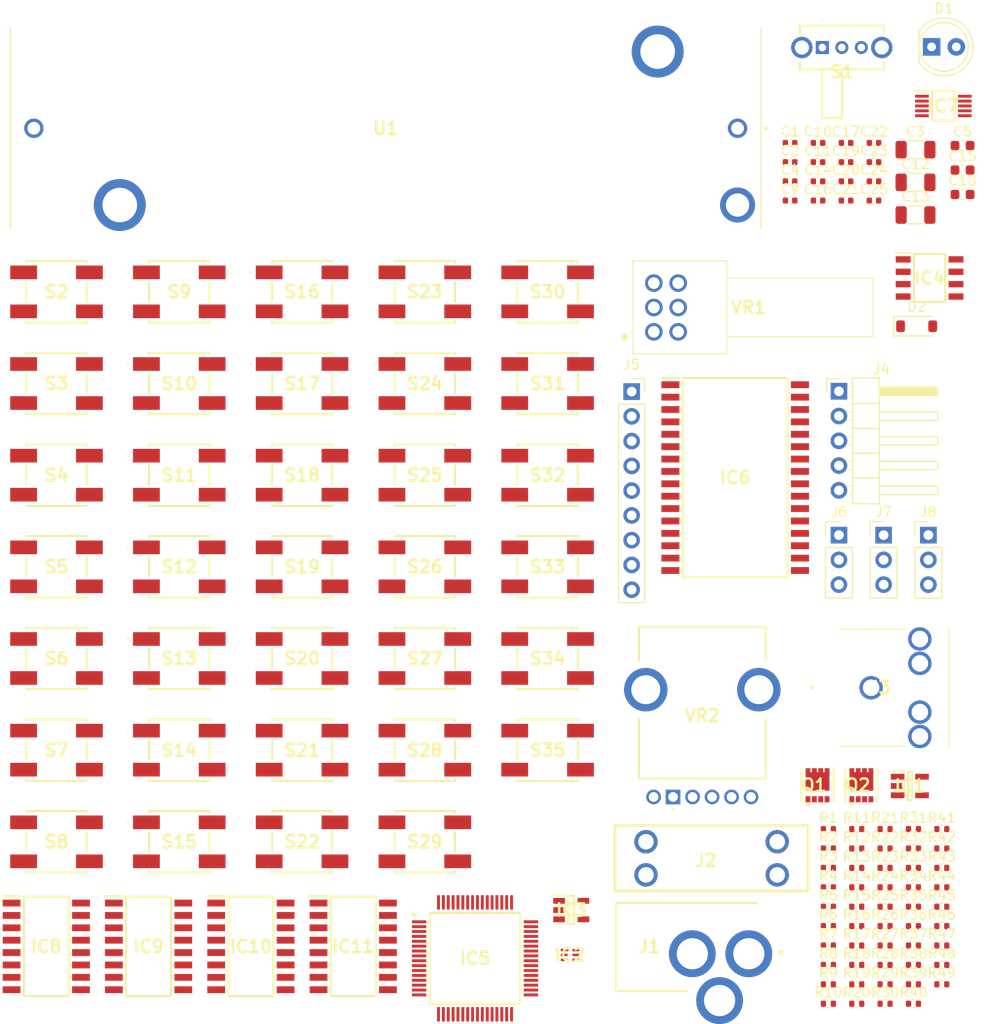
<source format=kicad_pcb>
(kicad_pcb (version 20241229) (generator "pcbnew") (generator_version "9.0")
  (layers (0 "F.Cu" signal) (4 "In1.Cu" signal) (6 "In2.Cu" signal) (2 "B.Cu" signal) (13 "F.Paste" user) (15 "B.Paste" user) (5 "F.SilkS" user "F.Silkscreen") (7 "B.SilkS" user "B.Silkscreen") (1 "F.Mask" user) (3 "B.Mask" user) (25 "Edge.Cuts" user))
  (net 0 "")
  (net 1 "Net-(IC2-VSS)")
  (net 2 "Net-(IC2-BAT)")
  (net 3 "NRST")
  (net 4 "I{slash}O0")
  (net 5 "Net-(IC5-VCORE)")
  (net 6 "I{slash}O3")
  (net 7 "Net-(IC1-STAT)")
  (net 8 "Net-(IC1-PROG)")
  (net 9 "Net-(IC2-DOUT)")
  (net 10 "Net-(IC2-COUT)")
  (net 11 "Net-(IC2-V-)")
  (net 14 "Net-(IC4-IN2+)")
  (net 15 "Net-(IC4-IN1+)")
  (net 16 "Net-(IC3-EN)")
  (net 17 "E2_2")
  (net 18 "A8")
  (net 19 "Ex_1")
  (net 20 "A5")
  (net 21 "E0_GS")
  (net 22 "A2")
  (net 23 "I{slash}O6")
  (net 24 "A3")
  (net 26 "I{slash}O2")
  (net 27 "A9")
  (net 28 "SPI0_SCK")
  (net 29 "E1_GS")
  (net 30 "E1_2")
  (net 31 "SPI1_PICO")
  (net 33 "SWCLK")
  (net 34 "A16")
  (net 35 "E0_2")
  (net 36 "SPI1_SCK")
  (net 38 "I{slash}O1")
  (net 39 "E1_0")
  (net 41 "E2_0")
  (net 42 "A11")
  (net 43 "A4")
  (net 44 "A13")
  (net 45 "E0_0")
  (net 46 "A14")
  (net 47 "A10")
  (net 48 "I{slash}O4")
  (net 50 "E3_0")
  (net 51 "E3_1")
  (net 52 "SPI0_CS0")
  (net 53 "SPI0_PICO")
  (net 54 "E0_1")
  (net 55 "A0")
  (net 56 "I{slash}O7")
  (net 57 "E3_2")
  (net 58 "A1")
  (net 59 "Ex_0")
  (net 60 "E2_1")
  (net 61 "I{slash}O5")
  (net 62 "SWDIO")
  (net 64 "E2_GS")
  (net 65 "E3_GS")
  (net 66 "A15")
  (net 67 "VDD")
  (net 68 "A7")
  (net 69 "E1_1")
  (net 70 "Net-(C9-Pad1)")
  (net 71 "A6")
  (net 72 "A12")
  (net 73 "~SYNC")
  (net 74 "RAM_WR")
  (net 75 "RAM_EN")
  (net 79 "Net-(IC8-7)")
  (net 80 "Net-(IC8-2)")
  (net 81 "Net-(IC8-3)")
  (net 82 "Net-(IC8-6)")
  (net 83 "Net-(IC8-4)")
  (net 84 "Net-(IC8-0)")
  (net 85 "Net-(IC8-5)")
  (net 86 "Net-(IC8-1)")
  (net 87 "Net-(IC9-7)")
  (net 88 "Net-(IC9-3)")
  (net 89 "Net-(IC9-2)")
  (net 90 "Net-(IC9-0)")
  (net 91 "Net-(IC9-6)")
  (net 93 "Net-(IC9-1)")
  (net 94 "Net-(IC9-5)")
  (net 95 "Net-(IC9-4)")
  (net 96 "Net-(C10-Pad1)")
  (net 97 "Net-(J3-TIP)")
  (net 98 "L")
  (net 99 "Net-(J3-RING)")
  (net 100 "R")
  (net 101 "DACR")
  (net 102 "DACL")
  (net 103 "RV2A")
  (net 104 "RV1A")
  (net 111 "Net-(Q1-D_1)")
  (net 116 "GND")
  (net 117 "Net-(D1-A)")
  (net 118 "CELL+")
  (net 119 "VBAT")
  (net 120 "Net-(D1-K)")
  (net 127 "Net-(IC10-4)")
  (net 128 "Net-(IC10-3)")
  (net 129 "Net-(IC10-1)")
  (net 130 "Net-(IC10-5)")
  (net 132 "Net-(IC10-7)")
  (net 133 "Net-(IC10-6)")
  (net 134 "Net-(IC10-2)")
  (net 135 "Net-(IC10-0)")
  (net 137 "Net-(IC11-5)")
  (net 138 "Net-(IC11-7)")
  (net 139 "Net-(IC11-4)")
  (net 140 "Net-(IC11-0)")
  (net 141 "Net-(IC11-2)")
  (net 142 "Net-(IC11-6)")
  (net 143 "Net-(IC11-1)")
  (net 144 "Net-(IC11-3)")
  (net 145 "Net-(J1-POWER)")
  (net 146 "Net-(J5-Pin_7)")
  (net 147 "Net-(J5-Pin_8)")
  (net 148 "Net-(J5-Pin_9)")
  (footprint "TL6800AF160QJ:TL6800AF160QJ" (layer "F.Cu") (at 139.345 90.295)
    (property "Reference" "S25" (at 0 0 0) (layer "F.SilkS") (effects (font (size 1.27 1.27) (thickness 0.254))))
    (property "Value" "TL6800AF160QJ" (hide yes))
    (pad "1" smd rect (at -3.375 -2 90) (size 1.4 2.75) (layers "F.Cu" "F.Mask" "F.Paste") (net 132 "Net-(IC10-7)"))
    (pad "2" smd rect (at 3.375 -2 90) (size 1.4 2.75) (layers "F.Cu" "F.Mask" "F.Paste") (net 132 "Net-(IC10-7)"))
    (pad "3" smd rect (at -3.375 2 90) (size 1.4 2.75) (layers "F.Cu" "F.Mask" "F.Paste") (net 116 "GND"))
    (pad "4" smd rect (at 3.375 2 90) (size 1.4 2.75) (layers "F.Cu" "F.Mask" "F.Paste") (net 116 "GND"))
  )
  (footprint "TL6800AF160QJ:TL6800AF160QJ" (layer "F.Cu") (at 151.945 80.895)
    (property "Reference" "S31" (at 0 0 0) (layer "F.SilkS") (effects (font (size 1.27 1.27) (thickness 0.254))))
    (property "Value" "TL6800AF160QJ" (hide yes))
    (pad "1" smd rect (at -3.375 -2 90) (size 1.4 2.75) (layers "F.Cu" "F.Mask" "F.Paste") (net 142 "Net-(IC11-6)"))
    (pad "2" smd rect (at 3.375 -2 90) (size 1.4 2.75) (layers "F.Cu" "F.Mask" "F.Paste") (net 142 "Net-(IC11-6)"))
    (pad "3" smd rect (at -3.375 2 90) (size 1.4 2.75) (layers "F.Cu" "F.Mask" "F.Paste") (net 116 "GND"))
    (pad "4" smd rect (at 3.375 2 90) (size 1.4 2.75) (layers "F.Cu" "F.Mask" "F.Paste") (net 116 "GND"))
  )
  (footprint "Resistor_SMD:R_0402_1005Metric" (layer "F.Cu") (at 186.58 134.55)
    (property "Reference" "R25" (at 0 -1.17 0) (layer "F.SilkS"))
    (property "Value" "100k")
    (pad "1" smd roundrect (at -0.51 0) (size 0.54 0.64) (layers "F.Cu" "F.Mask" "F.Paste") (net 67 "VDD"))
    (pad "2" smd roundrect (at 0.51 0) (size 0.54 0.64) (layers "F.Cu" "F.Mask" "F.Paste") (net 95 "Net-(IC9-4)"))
  )
  (footprint "TL6800AF160QJ:TL6800AF160QJ" (layer "F.Cu") (at 126.745 71.495)
    (property "Reference" "S16" (at 0 0 0) (layer "F.SilkS") (effects (font (size 1.27 1.27) (thickness 0.254))))
    (property "Value" "TL6800AF160QJ" (hide yes))
    (pad "1" smd rect (at -3.375 -2 90) (size 1.4 2.75) (layers "F.Cu" "F.Mask" "F.Paste") (net 88 "Net-(IC9-3)"))
    (pad "2" smd rect (at 3.375 -2 90) (size 1.4 2.75) (layers "F.Cu" "F.Mask" "F.Paste") (net 88 "Net-(IC9-3)"))
    (pad "3" smd rect (at -3.375 2 90) (size 1.4 2.75) (layers "F.Cu" "F.Mask" "F.Paste") (net 116 "GND"))
    (pad "4" smd rect (at 3.375 2 90) (size 1.4 2.75) (layers "F.Cu" "F.Mask" "F.Paste") (net 116 "GND"))
  )
  (footprint "SN74HC148NSR:SOIC127P780X200-16N" (layer "F.Cu") (at 121.495 138.62)
    (property "Reference" "IC10" (at 0 0 0) (layer "F.SilkS") (effects (font (size 1.27 1.27) (thickness 0.254))))
    (property "Value" "SN74HC148NSR" (hide yes))
    (pad "1" smd rect (at -3.562 -4.445 90) (size 0.7 1.825) (layers "F.Cu" "F.Mask" "F.Paste") (net 127 "Net-(IC10-4)"))
    (pad "2" smd rect (at -3.562 -3.175 90) (size 0.7 1.825) (layers "F.Cu" "F.Mask" "F.Paste") (net 130 "Net-(IC10-5)"))
    (pad "3" smd rect (at -3.562 -1.905 90) (size 0.7 1.825) (layers "F.Cu" "F.Mask" "F.Paste") (net 133 "Net-(IC10-6)"))
    (pad "4" smd rect (at -3.562 -0.635 90) (size 0.7 1.825) (layers "F.Cu" "F.Mask" "F.Paste") (net 132 "Net-(IC10-7)"))
    (pad "5" smd rect (at -3.562 0.635 90) (size 0.7 1.825) (layers "F.Cu" "F.Mask" "F.Paste") (net 116 "GND"))
    (pad "6" smd rect (at -3.562 1.905 90) (size 0.7 1.825) (layers "F.Cu" "F.Mask" "F.Paste") (net 17 "E2_2"))
    (pad "7" smd rect (at -3.562 3.175 90) (size 0.7 1.825) (layers "F.Cu" "F.Mask" "F.Paste") (net 60 "E2_1"))
    (pad "8" smd rect (at -3.562 4.445 90) (size 0.7 1.825) (layers "F.Cu" "F.Mask" "F.Paste") (net 116 "GND"))
    (pad "9" smd rect (at 3.562 4.445 90) (size 0.7 1.825) (layers "F.Cu" "F.Mask" "F.Paste") (net 41 "E2_0"))
    (pad "10" smd rect (at 3.562 3.175 90) (size 0.7 1.825) (layers "F.Cu" "F.Mask" "F.Paste") (net 135 "Net-(IC10-0)"))
    (pad "11" smd rect (at 3.562 1.905 90) (size 0.7 1.825) (layers "F.Cu" "F.Mask" "F.Paste") (net 129 "Net-(IC10-1)"))
    (pad "12" smd rect (at 3.562 0.635 90) (size 0.7 1.825) (layers "F.Cu" "F.Mask" "F.Paste") (net 134 "Net-(IC10-2)"))
    (pad "13" smd rect (at 3.562 -0.635 90) (size 0.7 1.825) (layers "F.Cu" "F.Mask" "F.Paste") (net 128 "Net-(IC10-3)"))
    (pad "14" smd rect (at 3.562 -1.905 90) (size 0.7 1.825) (layers "F.Cu" "F.Mask" "F.Paste") (net 64 "E2_GS"))
    (pad "15" smd rect (at 3.562 -3.175 90) (size 0.7 1.825) (layers "F.Cu" "F.Mask" "F.Paste"))
    (pad "16" smd rect (at 3.562 -4.445 90) (size 0.7 1.825) (layers "F.Cu" "F.Mask" "F.Paste") (net 67 "VDD"))
  )
  (footprint "Resistor_SMD:R_0402_1005Metric" (layer "F.Cu") (at 192.4 130.57)
    (property "Reference" "R43" (at 0 -1.17 0) (layer "F.SilkS"))
    (property "Value" "100k")
    (pad "1" smd roundrect (at -0.51 0) (size 0.54 0.64) (layers "F.Cu" "F.Mask" "F.Paste") (net 67 "VDD"))
    (pad "2" smd roundrect (at 0.51 0) (size 0.54 0.64) (layers "F.Cu" "F.Mask" "F.Paste") (net 137 "Net-(IC11-5)"))
  )
  (footprint "Resistor_SMD:R_0402_1005Metric" (layer "F.Cu") (at 180.76 128.58)
    (property "Reference" "R2" (at 0 -1.17 0) (layer "F.SilkS"))
    (property "Value" "2k")
    (pad "1" smd roundrect (at -0.51 0) (size 0.54 0.64) (layers "F.Cu" "F.Mask" "F.Paste") (net 8 "Net-(IC1-PROG)"))
    (pad "2" smd roundrect (at 0.51 0) (size 0.54 0.64) (layers "F.Cu" "F.Mask" "F.Paste") (net 116 "GND"))
  )
  (footprint "SN74HC148NSR:SOIC127P780X200-16N" (layer "F.Cu") (at 131.995 138.62)
    (property "Reference" "IC11" (at 0 0 0) (layer "F.SilkS") (effects (font (size 1.27 1.27) (thickness 0.254))))
    (property "Value" "SN74HC148NSR" (hide yes))
    (pad "1" smd rect (at -3.562 -4.445 90) (size 0.7 1.825) (layers "F.Cu" "F.Mask" "F.Paste") (net 139 "Net-(IC11-4)"))
    (pad "2" smd rect (at -3.562 -3.175 90) (size 0.7 1.825) (layers "F.Cu" "F.Mask" "F.Paste") (net 137 "Net-(IC11-5)"))
    (pad "3" smd rect (at -3.562 -1.905 90) (size 0.7 1.825) (layers "F.Cu" "F.Mask" "F.Paste") (net 142 "Net-(IC11-6)"))
    (pad "4" smd rect (at -3.562 -0.635 90) (size 0.7 1.825) (layers "F.Cu" "F.Mask" "F.Paste") (net 138 "Net-(IC11-7)"))
    (pad "5" smd rect (at -3.562 0.635 90) (size 0.7 1.825) (layers "F.Cu" "F.Mask" "F.Paste") (net 116 "GND"))
    (pad "6" smd rect (at -3.562 1.905 90) (size 0.7 1.825) (layers "F.Cu" "F.Mask" "F.Paste") (net 57 "E3_2"))
    (pad "7" smd rect (at -3.562 3.175 90) (size 0.7 1.825) (layers "F.Cu" "F.Mask" "F.Paste") (net 51 "E3_1"))
    (pad "8" smd rect (at -3.562 4.445 90) (size 0.7 1.825) (layers "F.Cu" "F.Mask" "F.Paste") (net 116 "GND"))
    (pad "9" smd rect (at 3.562 4.445 90) (size 0.7 1.825) (layers "F.Cu" "F.Mask" "F.Paste") (net 50 "E3_0"))
    (pad "10" smd rect (at 3.562 3.175 90) (size 0.7 1.825) (layers "F.Cu" "F.Mask" "F.Paste") (net 140 "Net-(IC11-0)"))
    (pad "11" smd rect (at 3.562 1.905 90) (size 0.7 1.825) (layers "F.Cu" "F.Mask" "F.Paste") (net 143 "Net-(IC11-1)"))
    (pad "12" smd rect (at 3.562 0.635 90) (size 0.7 1.825) (layers "F.Cu" "F.Mask" "F.Paste") (net 141 "Net-(IC11-2)"))
    (pad "13" smd rect (at 3.562 -0.635 90) (size 0.7 1.825) (layers "F.Cu" "F.Mask" "F.Paste") (net 144 "Net-(IC11-3)"))
    (pad "14" smd rect (at 3.562 -1.905 90) (size 0.7 1.825) (layers "F.Cu" "F.Mask" "F.Paste") (net 65 "E3_GS"))
    (pad "15" smd rect (at 3.562 -3.175 90) (size 0.7 1.825) (layers "F.Cu" "F.Mask" "F.Paste"))
    (pad "16" smd rect (at 3.562 -4.445 90) (size 0.7 1.825) (layers "F.Cu" "F.Mask" "F.Paste") (net 67 "VDD"))
  )
  (footprint "Resistor_SMD:R_0402_1005Metric" (layer "F.Cu") (at 183.67 132.56)
    (property "Reference" "R14" (at 0 -1.17 0) (layer "F.SilkS"))
    (property "Value" "100k")
    (pad "1" smd roundrect (at -0.51 0) (size 0.54 0.64) (layers "F.Cu" "F.Mask" "F.Paste") (net 97 "Net-(J3-TIP)"))
    (pad "2" smd roundrect (at 0.51 0) (size 0.54 0.64) (layers "F.Cu" "F.Mask" "F.Paste") (net 116 "GND"))
  )
  (footprint "SLW-864574-5A-RA-N-D:SLW8645745ARAND" (layer "F.Cu") (at 180.14 46.435)
    (property "Reference" "S1" (at 2 2.5 0) (layer "F.SilkS") (effects (font (size 1.27 1.27) (thickness 0.254))))
    (property "Value" "SLW-864574-5A-RA-N-D" (hide yes))
    (pad "1" thru_hole rect (at 0 0) (size 1.337 1.337) (drill 0.78) (layers "*.Cu" "*.Mask"))
    (pad "2" thru_hole circle (at 2 0) (size 1.337 1.337) (drill 0.78) (layers "*.Cu" "*.Mask") (net 16 "Net-(IC3-EN)"))
    (pad "3" thru_hole circle (at 4 0) (size 1.337 1.337) (drill 0.78) (layers "*.Cu" "*.Mask") (net 118 "CELL+"))
    (pad "4" thru_hole circle (at -2.1 0) (size 2.19 2.19) (drill 1.46) (layers "*.Cu" "*.Mask"))
    (pad "5" thru_hole circle (at 6.1 0) (size 2.19 2.19) (drill 1.46) (layers "*.Cu" "*.Mask"))
  )
  (footprint "Capacitor_SMD:C_0402_1005Metric" (layer "F.Cu") (at 182.57 60.16)
    (property "Reference" "C20" (at 0 -1.16 0) (layer "F.SilkS"))
    (property "Value" "10u")
    (pad "1" smd roundrect (at -0.48 0) (size 0.56 0.62) (layers "F.Cu" "F.Mask" "F.Paste") (net 67 "VDD"))
    (pad "2" smd roundrect (at 0.48 0) (size 0.56 0.62) (layers "F.Cu" "F.Mask" "F.Paste") (net 116 "GND"))
  )
  (footprint "Resistor_SMD:R_0402_1005Metric" (layer "F.Cu") (at 183.67 142.51)
    (property "Reference" "R19" (at 0 -1.17 0) (layer "F.SilkS"))
    (property "Value" "100k")
    (pad "1" smd roundrect (at -0.51 0) (size 0.54 0.64) (layers "F.Cu" "F.Mask" "F.Paste") (net 67 "VDD"))
    (pad "2" smd roundrect (at 0.51 0) (size 0.54 0.64) (layers "F.Cu" "F.Mask" "F.Paste") (net 85 "Net-(IC8-5)"))
  )
  (footprint "Capacitor_SMD:C_0402_1005Metric" (layer "F.Cu") (at 179.7 58.19)
    (property "Reference" "C11" (at 0 -1.16 0) (layer "F.SilkS"))
    (property "Value" "10u")
    (pad "1" smd roundrect (at -0.48 0) (size 0.56 0.62) (layers "F.Cu" "F.Mask" "F.Paste") (net 67 "VDD"))
    (pad "2" smd roundrect (at 0.48 0) (size 0.56 0.62) (layers "F.Cu" "F.Mask" "F.Paste") (net 116 "GND"))
  )
  (footprint "Resistor_SMD:R_0402_1005Metric" (layer "F.Cu") (at 192.4 134.55)
    (property "Reference" "R45" (at 0 -1.17 0) (layer "F.SilkS"))
    (property "Value" "100k")
    (pad "1" smd roundrect (at -0.51 0) (size 0.54 0.64) (layers "F.Cu" "F.Mask" "F.Paste") (net 67 "VDD"))
    (pad "2" smd roundrect (at 0.51 0) (size 0.54 0.64) (layers "F.Cu" "F.Mask" "F.Paste") (net 142 "Net-(IC11-6)"))
  )
  (footprint "Resistor_SMD:R_0402_1005Metric" (layer "F.Cu") (at 189.49 142.51)
    (property "Reference" "R39" (at 0 -1.17 0) (layer "F.SilkS"))
    (property "Value" "100k")
    (pad "1" smd roundrect (at -0.51 0) (size 0.54 0.64) (layers "F.Cu" "F.Mask" "F.Paste") (net 67 "VDD"))
    (pad "2" smd roundrect (at 0.51 0) (size 0.54 0.64) (layers "F.Cu" "F.Mask" "F.Paste") (net 132 "Net-(IC10-7)"))
  )
  (footprint "Resistor_SMD:R_0402_1005Metric" (layer "F.Cu") (at 180.76 138.53)
    (property "Reference" "R7" (at 0 -1.17 0) (layer "F.SilkS"))
    (property "Value" "10k")
    (pad "1" smd roundrect (at -0.51 0) (size 0.54 0.64) (layers "F.Cu" "F.Mask" "F.Paste") (net 104 "RV1A"))
    (pad "2" smd roundrect (at 0.51 0) (size 0.54 0.64) (layers "F.Cu" "F.Mask" "F.Paste") (net 70 "Net-(C9-Pad1)"))
  )
  (footprint "BQ29728DSER:BQ29728DSER" (layer "F.Cu") (at 154.245 139.495)
    (property "Reference" "IC2" (at 0 0 0) (layer "F.SilkS") (effects (font (size 1.27 1.27) (thickness 0.254))))
    (property "Value" "BQ29728DSER" (hide yes))
    (pad "1" smd rect (at -0.55 -0.5 90) (size 0.25 0.8) (layers "F.Cu" "F.Mask" "F.Paste"))
    (pad "2" smd rect (at -0.6 0 90) (size 0.25 0.7) (layers "F.Cu" "F.Mask" "F.Paste") (net 10 "Net-(IC2-COUT)"))
    (pad "3" smd rect (at -0.6 0.5 90) (size 0.25 0.7) (layers "F.Cu" "F.Mask" "F.Paste") (net 9 "Net-(IC2-DOUT)"))
    (pad "4" smd rect (at 0.6 0.5 90) (size 0.25 0.7) (layers "F.Cu" "F.Mask" "F.Paste") (net 1 "Net-(IC2-VSS)"))
    (pad "5" smd rect (at 0.6 0 90) (size 0.25 0.7) (layers "F.Cu" "F.Mask" "F.Paste") (net 2 "Net-(IC2-BAT)"))
    (pad "6" smd rect (at 0.6 -0.5 90) (size 0.25 0.7) (layers "F.Cu" "F.Mask" "F.Paste") (net 11 "Net-(IC2-V-)"))
  )
  (footprint "Resistor_SMD:R_0402_1005Metric" (layer "F.Cu") (at 192.4 128.58)
    (property "Reference" "R42" (at 0 -1.17 0) (layer "F.SilkS"))
    (property "Value" "100k")
    (pad "1" smd roundrect (at -0.51 0) (size 0.54 0.64) (layers "F.Cu" "F.Mask" "F.Paste") (net 67 "VDD"))
    (pad "2" smd roundrect (at 0.51 0) (size 0.54 0.64) (layers "F.Cu" "F.Mask" "F.Paste") (net 143 "Net-(IC11-1)"))
  )
  (footprint "Resistor_SMD:R_0402_1005Metric" (layer "F.Cu") (at 180.76 130.57)
    (property "Reference" "R3" (at 0 -1.17 0) (layer "F.SilkS"))
    (property "Value" "2.2k")
    (pad "1" smd roundrect (at -0.51 0) (size 0.54 0.64) (layers "F.Cu" "F.Mask" "F.Paste") (net 116 "GND"))
    (pad "2" smd roundrect (at 0.51 0) (size 0.54 0.64) (layers "F.Cu" "F.Mask" "F.Paste") (net 11 "Net-(IC2-V-)"))
  )
  (footprint "Capacitor_SMD:C_0402_1005Metric" (layer "F.Cu") (at 176.83 60.16)
    (property "Reference" "C4" (at 0 -1.16 0) (layer "F.SilkS"))
    (property "Value" "10u")
    (pad "1" smd roundrect (at -0.48 0) (size 0.56 0.62) (layers "F.Cu" "F.Mask" "F.Paste") (net 16 "Net-(IC3-EN)"))
    (pad "2" smd roundrect (at 0.48 0) (size 0.56 0.62) (layers "F.Cu" "F.Mask" "F.Paste") (net 116 "GND"))
  )
  (footprint "Capacitor_SMD:C_1206_3216Metric" (layer "F.Cu") (at 189.7 56.91)
    (property "Reference" "C3" (at 0 -1.85 0) (layer "F.SilkS"))
    (property "Value" "100n")
    (pad "1" smd roundrect (at -1.475 0) (size 1.15 1.8) (layers "F.Cu" "F.Mask" "F.Paste") (roundrect_rratio 0.217391) (net 2 "Net-(IC2-BAT)"))
    (pad "2" smd roundrect (at 1.475 0) (size 1.15 1.8) (layers "F.Cu" "F.Mask" "F.Paste") (roundrect_rratio 0.217391) (net 1 "Net-(IC2-VSS)"))
  )
  (footprint "Capacitor_SMD:C_0402_1005Metric" (layer "F.Cu") (at 176.83 58.19)
    (property "Reference" "C2" (at 0 -1.16 0) (layer "F.SilkS"))
    (property "Value" "10u")
    (pad "1" smd roundrect (at -0.48 0) (size 0.56 0.62) (layers "F.Cu" "F.Mask" "F.Paste") (net 117 "Net-(D1-A)"))
    (pad "2" smd roundrect (at 0.48 0) (size 0.56 0.62) (layers "F.Cu" "F.Mask" "F.Paste") (net 116 "GND"))
  )
  (footprint "TL6800AF160QJ:TL6800AF160QJ" (layer "F.Cu") (at 114.145 90.295)
    (property "Reference" "S11" (at 0 0 0) (layer "F.SilkS") (effects (font (size 1.27 1.27) (thickness 0.254))))
    (property "Value" "TL6800AF160QJ" (hide yes))
    (pad "1" smd rect (at -3.375 -2 90) (size 1.4 2.75) (layers "F.Cu" "F.Mask" "F.Paste") (net 95 "Net-(IC9-4)"))
    (pad "2" smd rect (at 3.375 -2 90) (size 1.4 2.75) (layers "F.Cu" "F.Mask" "F.Paste") (net 95 "Net-(IC9-4)"))
    (pad "3" smd rect (at -3.375 2 90) (size 1.4 2.75) (layers "F.Cu" "F.Mask" "F.Paste") (net 116 "GND"))
    (pad "4" smd rect (at 3.375 2 90) (size 1.4 2.75) (layers "F.Cu" "F.Mask" "F.Paste") (net 116 "GND"))
  )
  (footprint "TL6800AF160QJ:TL6800AF160QJ" (layer "F.Cu") (at 126.745 109.095)
    (property "Reference" "S20" (at 0 0 0) (layer "F.SilkS") (effects (font (size 1.27 1.27) (thickness 0.254))))
    (property "Value" "TL6800AF160QJ" (hide yes))
    (pad "1" smd rect (at -3.375 -2 90) (size 1.4 2.75) (layers "F.Cu" "F.Mask" "F.Paste") (net 129 "Net-(IC10-1)"))
    (pad "2" smd rect (at 3.375 -2 90) (size 1.4 2.75) (layers "F.Cu" "F.Mask" "F.Paste") (net 129 "Net-(IC10-1)"))
    (pad "3" smd rect (at -3.375 2 90) (size 1.4 2.75) (layers "F.Cu" "F.Mask" "F.Paste") (net 116 "GND"))
    (pad "4" smd rect (at 3.375 2 90) (size 1.4 2.75) (layers "F.Cu" "F.Mask" "F.Paste") (net 116 "GND"))
  )
  (footprint "SN74HC148NSR:SOIC127P780X200-16N" (layer "F.Cu") (at 100.495 138.62)
    (property "Reference" "IC8" (at 0 0 0) (layer "F.SilkS") (effects (font (size 1.27 1.27) (thickness 0.254))))
    (property "Value" "SN74HC148NSR" (hide yes))
    (pad "1" smd rect (at -3.562 -4.445 90) (size 0.7 1.825) (layers "F.Cu" "F.Mask" "F.Paste") (net 83 "Net-(IC8-4)"))
    (pad "2" smd rect (at -3.562 -3.175 90) (size 0.7 1.825) (layers "F.Cu" "F.Mask" "F.Paste") (net 85 "Net-(IC8-5)"))
    (pad "3" smd rect (at -3.562 -1.905 90) (size 0.7 1.825) (layers "F.Cu" "F.Mask" "F.Paste") (net 82 "Net-(IC8-6)"))
    (pad "4" smd rect (at -3.562 -0.635 90) (size 0.7 1.825) (layers "F.Cu" "F.Mask" "F.Paste") (net 79 "Net-(IC8-7)"))
    (pad "5" smd rect (at -3.562 0.635 90) (size 0.7 1.825) (layers "F.Cu" "F.Mask" "F.Paste") (net 116 "GND"))
    (pad "6" smd rect (at -3.562 1.905 90) (size 0.7 1.825) (layers "F.Cu" "F.Mask" "F.Paste") (net 35 "E0_2"))
    (pad "7" smd rect (at -3.562 3.175 90) (size 0.7 1.825) (layers "F.Cu" "F.Mask" "F.Paste") (net 54 "E0_1"))
    (pad "8" smd rect (at -3.562 4.445 90) (size 0.7 1.825) (layers "F.Cu" "F.Mask" "F.Paste") (net 116 "GND"))
    (pad "9" smd rect (at 3.562 4.445 90) (size 0.7 1.825) (layers "F.Cu" "F.Mask" "F.Paste") (net 45 "E0_0"))
    (pad "10" smd rect (at 3.562 3.175 90) (size 0.7 1.825) (layers "F.Cu" "F.Mask" "F.Paste") (net 84 "Net-(IC8-0)"))
    (pad "11" smd rect (at 3.562 1.905 90) (size 0.7 1.825) (layers "F.Cu" "F.Mask" "F.Paste") (net 86 "Net-(IC8-1)"))
    (pad "12" smd rect (at 3.562 0.635 90) (size 0.7 1.825) (layers "F.Cu" "F.Mask" "F.Paste") (net 80 "Net-(IC8-2)"))
    (pad "13" smd rect (at 3.562 -0.635 90) (size 0.7 1.825) (layers "F.Cu" "F.Mask" "F.Paste") (net 81 "Net-(IC8-3)"))
    (pad "14" smd rect (at 3.562 -1.905 90) (size 0.7 1.825) (layers "F.Cu" "F.Mask" "F.Paste") (net 21 "E0_GS"))
    (pad "15" smd rect (at 3.562 -3.175 90) (size 0.7 1.825) (layers "F.Cu" "F.Mask" "F.Paste"))
    (pad "16" smd rect (at 3.562 -4.445 90) (size 0.7 1.825) (layers "F.Cu" "F.Mask" "F.Paste") (net 67 "VDD"))
  )
  (footprint "Capacitor_SMD:C_0603_1608Metric" (layer "F.Cu") (at 194.53 59)
    (property "Reference" "C15" (at 0 -1.43 0) (layer "F.SilkS"))
    (property "Value" "22u")
    (pad "1" smd roundrect (at -0.775 0) (size 0.9 0.95) (layers "F.Cu" "F.Mask" "F.Paste") (net 67 "VDD"))
    (pad "2" smd roundrect (at 0.775 0) (size 0.9 0.95) (layers "F.Cu" "F.Mask" "F.Paste") (net 116 "GND"))
  )
  (footprint "Resistor_SMD:R_0402_1005Metric" (layer "F.Cu") (at 186.58 142.51)
    (property "Reference" "R29" (at 0 -1.17 0) (layer "F.SilkS"))
    (property "Value" "100k")
    (pad "1" smd roundrect (at -0.51 0) (size 0.54 0.64) (layers "F.Cu" "F.Mask" "F.Paste") (net 67 "VDD"))
    (pad "2" smd roundrect (at 0.51 0) (size 0.54 0.64) (layers "F.Cu" "F.Mask" "F.Paste") (net 91 "Net-(IC9-6)"))
  )
  (footprint "3557-2:3557-2" (layer "F.Cu") (at 168.777 129.587)
    (property "Reference" "J2" (at -0.597 0.218 0) (layer "F.SilkS") (effects (font (size 1.27 1.27) (thickness 0.254))))
    (property "Value" "3557-2" (hide yes))
    (pad "1" thru_hole circle (at -6.735 -1.7) (size 2.4 2.4) (drill 1.6) (layers "*.Cu" "*.Mask") (net 145 "Net-(J1-POWER)"))
    (pad "2" thru_hole circle (at 6.735 -1.7) (size 2.4 2.4) (drill 1.6) (layers "*.Cu" "*.Mask") (net 117 "Net-(D1-A)"))
    (pad "3" thru_hole circle (at -6.735 1.7) (size 2.4 2.4) (drill 1.6) (layers "*.Cu" "*.Mask") (net 145 "Net-(J1-POWER)"))
    (pad "4" thru_hole circle (at 6.735 1.7) (size 2.4 2.4) (drill 1.6) (layers "*.Cu" "*.Mask") (net 117 "Net-(D1-A)"))
  )
  (footprint "Resistor_SMD:R_0402_1005Metric" (layer "F.Cu") (at 183.67 140.52)
    (property "Reference" "R18" (at 0 -1.17 0) (layer "F.SilkS"))
    (property "Value" "100k")
    (pad "1" smd roundrect (at -0.51 0) (size 0.54 0.64) (layers "F.Cu" "F.Mask" "F.Paste") (net 67 "VDD"))
    (pad "2" smd roundrect (at 0.51 0) (size 0.54 0.64) (layers "F.Cu" "F.Mask" "F.Paste") (net 86 "Net-(IC8-1)"))
  )
  (footprint "Resistor_SMD:R_0402_1005Metric" (layer "F.Cu") (at 186.58 136.54)
    (property "Reference" "R26" (at 0 -1.17 0) (layer "F.SilkS"))
    (property "Value" "100k")
    (pad "1" smd roundrect (at -0.51 0) (size 0.54 0.64) (layers "F.Cu" "F.Mask" "F.Paste") (net 67 "VDD"))
    (pad "2" smd roundrect (at 0.51 0) (size 0.54 0.64) (layers "F.Cu" "F.Mask" "F.Paste") (net 93 "Net-(IC9-1)"))
  )
  (footprint "Capacitor_SMD:C_0402_1005Metric" (layer "F.Cu") (at 176.83 62.13)
    (property "Reference" "C9" (at 0 -1.16 0) (layer "F.SilkS"))
    (property "Value" "4.7n")
    (pad "1" smd roundrect (at -0.48 0) (size 0.56 0.62) (layers "F.Cu" "F.Mask" "F.Paste") (net 70 "Net-(C9-Pad1)"))
    (pad "2" smd roundrect (at 0.48 0) (size 0.56 0.62) (layers "F.Cu" "F.Mask" "F.Paste") (net 116 "GND"))
  )
  (footprint "TL6800AF160QJ:TL6800AF160QJ" (layer "F.Cu") (at 101.545 90.295)
    (property "Reference" "S4" (at 0 0 0) (layer "F.SilkS") (effects (font (size 1.27 1.27) (thickness 0.254))))
    (property "Value" "TL6800AF160QJ" (hide yes))
    (pad "1" smd rect (at -3.375 -2 90) (size 1.4 2.75) (layers "F.Cu" "F.Mask" "F.Paste") (net 86 "Net-(IC8-1)"))
    (pad "2" smd rect (at 3.375 -2 90) (size 1.4 2.75) (layers "F.Cu" "F.Mask" "F.Paste") (net 86 "Net-(IC8-1)"))
    (pad "3" smd rect (at -3.375 2 90) (size 1.4 2.75) (layers "F.Cu" "F.Mask" "F.Paste") (net 116 "GND"))
    (pad "4" smd rect (at 3.375 2 90) (size 1.4 2.75) (layers "F.Cu" "F.Mask" "F.Paste") (net 116 "GND"))
  )
  (footprint "Resistor_SMD:R_0402_1005Metric" (layer "F.Cu") (at 192.4 142.51)
    (property "Reference" "R49" (at 0 -1.17 0) (layer "F.SilkS"))
    (property "Value" "100k")
    (pad "1" smd roundrect (at -0.51 0) (size 0.54 0.64) (layers "F.Cu" "F.Mask" "F.Paste") (net 67 "VDD"))
    (pad "2" smd roundrect (at 0.51 0) (size 0.54 0.64) (layers "F.Cu" "F.Mask" "F.Paste") (net 19 "Ex_1"))
  )
  (footprint "Connector_PinSocket_2.54mm:PinSocket_1x09_P2.54mm_Vertical" (layer "F.Cu") (at 160.57 81.72)
    (property "Reference" "J5" (at 0 -2.77 0) (layer "F.SilkS"))
    (property "Value" "Conn_01x09_Pin")
    (pad "1" thru_hole rect (at 0 0) (size 1.7 1.7) (drill 1) (layers "*.Cu" "*.Mask") (net 67 "VDD"))
    (pad "2" thru_hole circle (at 0 2.54) (size 1.7 1.7) (drill 1) (layers "*.Cu" "*.Mask"))
    (pad "3" thru_hole circle (at 0 5.08) (size 1.7 1.7) (drill 1) (layers "*.Cu" "*.Mask") (net 116 "GND"))
    (pad "4" thru_hole circle (at 0 7.62) (size 1.7 1.7) (drill 1) (layers "*.Cu" "*.Mask") (net 28 "SPI0_SCK"))
    (pad "5" thru_hole circle (at 0 10.16) (size 1.7 1.7) (drill 1) (layers "*.Cu" "*.Mask") (net 53 "SPI0_PICO"))
    (pad "6" thru_hole circle (at 0 12.7) (size 1.7 1.7) (drill 1) (layers "*.Cu" "*.Mask") (net 52 "SPI0_CS0"))
    (pad "7" thru_hole circle (at 0 15.24) (size 1.7 1.7) (drill 1) (layers "*.Cu" "*.Mask") (net 146 "Net-(J5-Pin_7)"))
    (pad "8" thru_hole circle (at 0 17.78) (size 1.7 1.7) (drill 1) (layers "*.Cu" "*.Mask") (net 147 "Net-(J5-Pin_8)"))
    (pad "9" thru_hole circle (at 0 20.32) (size 1.7 1.7) (drill 1) (layers "*.Cu" "*.Mask") (net 148 "Net-(J5-Pin_9)"))
  )
  (footprint "1043:1043" (layer "F.Cu") (at 171.44 54.718)
    (property "Reference" "U1" (at -36.12 0 0) (layer "F.SilkS") (effects (font (size 1.27 1.27) (thickness 0.254))))
    (property "Value" "1043" (hide yes))
    (pad "1" thru_hole circle (at 0 0) (size 1.98 1.98) (drill 1.32) (layers "*.Cu" "*.Mask") (net 118 "CELL+"))
    (pad "2" thru_hole circle (at -72.22 0) (size 1.98 1.98) (drill 1.32) (layers "*.Cu" "*.Mask") (net 1 "Net-(IC2-VSS)"))
    (pad "MH1" thru_hole circle (at -63.4 7.87) (size 5.325 5.325) (drill 3.55) (layers "*.Cu" "*.Mask"))
    (pad "MH2" thru_hole circle (at 0 7.87) (size 3.585 3.585) (drill 2.39) (layers "*.Cu" "*.Mask"))
    (pad "MH3" thru_hole circle (at -8.2 -7.87) (size 5.325 5.325) (drill 3.55) (layers "*.Cu" "*.Mask"))
  )
  (footprint "Connector_PinHeader_2.54mm:PinHeader_1x03_P2.54mm_Vertical" (layer "F.Cu") (at 186.43 96.44)
    (property "Reference" "J7" (at 0 -2.38 0) (layer "F.SilkS"))
    (property "Value" "Conn_01x03_Pin")
    (pad "1" thru_hole rect (at 0 0) (size 1.7 1.7) (drill 1) (layers "*.Cu" "*.Mask") (net 116 "GND"))
    (pad "2" thru_hole circle (at 0 2.54) (size 1.7 1.7) (drill 1) (layers "*.Cu" "*.Mask") (net 147 "Net-(J5-Pin_8)"))
    (pad "3" thru_hole circle (at 0 5.08) (size 1.7 1.7) (drill 1) (layers "*.Cu" "*.Mask") (net 67 "VDD"))
  )
  (footprint "Capacitor_SMD:C_0402_1005Metric" (layer "F.Cu") (at 179.7 60.16)
    (property "Reference" "C14" (at 0 -1.16 0) (layer "F.SilkS"))
    (property "Value" "10n")
    (pad "1" smd roundrect (at -0.48 0) (size 0.56 0.62) (layers "F.Cu" "F.Mask" "F.Paste") (net 3 "NRST"))
    (pad "2" smd roundrect (at 0.48 0) (size 0.56 0.62) (layers "F.Cu" "F.Mask" "F.Paste") (net 116 "GND"))
  )
  (footprint "TL6800AF160QJ:TL6800AF160QJ" (layer "F.Cu") (at 114.145 99.695)
    (property "Reference" "S12" (at 0 0 0) (layer "F.SilkS") (effects (font (size 1.27 1.27) (thickness 0.254))))
    (property "Value" "TL6800AF160QJ" (hide yes))
    (pad "1" smd rect (at -3.375 -2 90) (size 1.4 2.75) (layers "F.Cu" "F.Mask" "F.Paste") (net 93 "Net-(IC9-1)"))
    (pad "2" smd rect (at 3.375 -2 90) (size 1.4 2.75) (layers "F.Cu" "F.Mask" "F.Paste") (net 93 "Net-(IC9-1)"))
    (pad "3" smd rect (at -3.375 2 90) (size 1.4 2.75) (layers "F.Cu" "F.Mask" "F.Paste") (net 116 "GND"))
    (pad "4" smd rect (at 3.375 2 90) (size 1.4 2.75) (layers "F.Cu" "F.Mask" "F.Paste") (net 116 "GND"))
  )
  (footprint "Capacitor_SMD:C_1206_3216Metric" (layer "F.Cu") (at 189.7 63.61)
    (property "Reference" "C13" (at 0 -1.85 0) (layer "F.SilkS"))
    (property "Value" "100n")
    (pad "1" smd roundrect (at -1.475 0) (size 1.15 1.8) (layers "F.Cu" "F.Mask" "F.Paste") (roundrect_rratio 0.217391) (net 100 "R"))
    (pad "2" smd roundrect (at 1.475 0) (size 1.15 1.8) (layers "F.Cu" "F.Mask" "F.Paste") (roundrect_rratio 0.217391) (net 99 "Net-(J3-RING)"))
  )
  (footprint "Diode_SMD:D_SOD-123" (layer "F.Cu") (at 189.815 75.02)
    (property "Reference" "D2" (at 0 -2 0) (layer "F.SilkS"))
    (property "Value" "5.6")
    (pad "1" smd roundrect (at -1.65 0) (size 0.9 1.2) (layers "F.Cu" "F.Mask" "F.Paste") (net 117 "Net-(D1-A)"))
    (pad "2" smd roundrect (at 1.65 0) (size 0.9 1.2) (layers "F.Cu" "F.Mask" "F.Paste") (net 116 "GND"))
  )
  (footprint "Connector_PinHeader_2.54mm:PinHeader_1x03_P2.54mm_Vertical" (layer "F.Cu") (at 181.84 96.44)
    (property "Reference" "J6" (at 0 -2.38 0) (layer "F.SilkS"))
    (property "Value" "Conn_01x03_Pin")
    (pad "1" thru_hole rect (at 0 0) (size 1.7 1.7) (drill 1) (layers "*.Cu" "*.Mask") (net 116 "GND"))
    (pad "2" thru_hole circle (at 0 2.54) (size 1.7 1.7) (drill 1) (layers "*.Cu" "*.Mask") (net 146 "Net-(J5-Pin_7)"))
    (pad "3" thru_hole circle (at 0 5.08) (size 1.7 1.7) (drill 1) (layers "*.Cu" "*.Mask") (net 67 "VDD"))
  )
  (footprint "TLV9152IDR:SOIC127P600X175-8N" (layer "F.Cu") (at 191.145 70.07)
    (property "Reference" "IC4" (at 0 0 0) (layer "F.SilkS") (effects (font (size 1.27 1.27) (thickness 0.254))))
    (property "Value" "TLV9152IDR" (hide yes))
    (pad "1" smd rect (at -2.711 -1.905 90) (size 0.65 1.528) (layers "F.Cu" "F.Mask" "F.Paste") (net 98 "L"))
    (pad "2" smd rect (at -2.711 -0.635 90) (size 0.65 1.528) (layers "F.Cu" "F.Mask" "F.Paste") (net 104 "RV1A"))
    (pad "3" smd rect (at -2.711 0.635 90) (size 0.65 1.528) (layers "F.Cu" "F.Mask" "F.Paste") (net 15 "Net-(IC4-IN1+)"))
    (pad "4" smd rect (at -2.711 1.905 90) (size 0.65 1.528) (layers "F.Cu" "F.Mask" "F.Paste") (net 116 "GND"))
    (pad "5" smd rect (at 2.711 1.905 90) (size 0.65 1.528) (layers "F.Cu" "F.Mask" "F.Paste") (net 14 "Net-(IC4-IN2+)"))
    (pad "6" smd rect (at 2.711 0.635 90) (size 0.65 1.528) (layers "F.Cu" "F.Mask" "F.Paste") (net 103 "RV2A"))
    (pad "7" smd rect (at 2.711 -0.635 90) (size 0.65 1.528) (layers "F.Cu" "F.Mask" "F.Paste") (net 100 "R"))
    (pad "8" smd rect (at 2.711 -1.905 90) (size 0.65 1.528) (layers "F.Cu" "F.Mask" "F.Paste") (net 67 "VDD"))
  )
  (footprint "Resistor_SMD:R_0402_1005Metric" (layer "F.Cu") (at 180.76 134.55)
    (property "Reference" "R5" (at 0 -1.17 0) (layer "F.SilkS"))
    (property "Value" "100k")
    (pad "1" smd roundrect (at -0.51 0) (size 0.54 0.64) (layers "F.Cu" "F.Mask" "F.Paste") (net 119 "VBAT"))
    (pad "2" smd roundrect (at 0.51 0) (size 0.54 0.64) (layers "F.Cu" "F.Mask" "F.Paste") (net 16 "Net-(IC3-EN)"))
  )
  (footprint "CSD16406Q3:DQG_VSON-CLIP" (layer "F.Cu") (at 184.145 122.095)
    (property "Reference" "Q2" (at -0.36791 -0.00685 0) (layer "F.SilkS") (effects (font (size 1.27 1.27) (thickness 0.254))))
    (property "Value" "CSD16406Q3" (hide yes))
    (pad "1" smd rect (at -0.975 1.435) (size 0.5 0.63) (layers "F.Cu" "F.Mask" "F.Paste") (net 1 "Net-(IC2-VSS)"))
    (pad "2" smd rect (at -0.325 1.435) (size 0.5 0.63) (layers "F.Cu" "F.Mask" "F.Paste") (net 1 "Net-(IC2-VSS)"))
    (pad "3" smd rect (at 0.325 1.435) (size 0.5 0.63) (layers "F.Cu" "F.Mask" "F.Paste") (net 1 "Net-(IC2-VSS)"))
    (pad "4" smd rect (at 0.975 1.435) (size 0.5 0.63) (layers "F.Cu" "F.Mask" "F.Paste") (net 9 "Net-(IC2-DOUT)"))
    (pad "5" smd rect (at 0.975 -1.545 90) (size 0.41 0.5) (layers "F.Cu" "F.Mask" "F.Paste") (net 111 "Net-(Q1-D_1)"))
    (pad "6" smd rect (at 0.325 -1.545 90) (size 0.41 0.5) (layers "F.Cu" "F.Mask" "F.Paste") (net 111 "Net-(Q1-D_1)"))
    (pad "7" smd rect (at -0.325 -1.545 90) (size 0.41 0.5) (layers "F.Cu" "F.Mask" "F.Paste") (net 111 "Net-(Q1-D_1)"))
    (pad "8" smd rect (at -0.975 -1.545 90) (size 0.41 0.5) (layers "F.Cu" "F.Mask" "F.Paste") (net 111 "Net-(Q1-D_1)"))
    (pad "9" smd rect (at 0 -0.39 90) (size 1.9 2.45) (layers "F.Cu" "F.Mask" "F.Paste"))
  )
  (footprint "Capacitor_SMD:C_0603_1608Metric" (layer "F.Cu") (at 194.53 61.51)
    (property "Reference" "C18" (at 0 -1.43 0) (layer "F.SilkS"))
    (property "Value" "22u")
    (pad "1" smd roundrect (at -0.775 0) (size 0.9 0.95) (layers "F.Cu" "F.Mask" "F.Paste") (net 67 "VDD"))
    (pad "2" smd roundrect (at 0.775 0) (size 0.9 0.95) (layers "F.Cu" "F.Mask" "F.Paste") (net 116 "GND"))
  )
  (footprint "Capacitor_SMD:C_0402_1005Metric" (layer "F.Cu") (at 185.44 60.16)
    (property "Reference" "C24" (at 0 -1.16 0) (layer "F.SilkS"))
    (property "Value" "10u")
    (pad "1" smd roundrect (at -0.48 0) (size 0.56 0.62) (layers "F.Cu" "F.Mask" "F.Paste") (net 67 "VDD"))
    (pad "2" smd roundrect (at 0.48 0) (size 0.56 0.62) (layers "F.Cu" "F.Mask" "F.Paste") (net 116 "GND"))
  )
  (footprint "PTV112-4420A-C104:PTV1124420AC104" (layer "F.Cu") (at 164.822 123.295)
    (property "Reference" "VR2" (at 3 -8.325 0) (layer "F.SilkS") (effects (font (size 1.27 1.27) (thickness 0.254))))
    (property "Value" "PTV112-4420A-C104" (hide yes))
    (pad "A1" thru_hole rect (at 0 0) (size 1.5 1.5) (drill 1) (layers "*.Cu" "*.Mask") (net 102 "DACL"))
    (pad "A2" thru_hole circle (at -2 0) (size 1.5 1.5) (drill 1) (layers "*.Cu" "*.Mask") (net 70 "Net-(C9-Pad1)"))
    (pad "A3" thru_hole circle (at 8 0) (size 1.5 1.5) (drill 1) (layers "*.Cu" "*.Mask"))
    (pad "B1" thru_hole circle (at 2 0) (size 1.5 1.5) (drill 1) (layers "*.Cu" "*.Mask") (net 96 "Net-(C10-Pad1)"))
    (pad "B2" thru_hole circle (at 4 0) (size 1.5 1.5) (drill 1) (layers "*.Cu" "*.Mask") (net 101 "DACR"))
    (pad "B3" thru_hole circle (at 6 0) (size 1.5 1.5) (drill 1) (layers "*.Cu" "*.Mask"))
    (pad "MH1" thru_hole circle (at -2.8 -11) (size 4.455 4.455) (drill 2.97) (layers "*.Cu" "*.Mask"))
    (pad "MH2" thru_hole circle (at 8.8 -11) (size 4.455 4.455) (drill 2.97) (layers "*.Cu" "*.Mask"))
  )
  (footprint "Resistor_SMD:R_0402_1005Metric" (layer "F.Cu") (at 189.49 132.56)
    (property "Reference" "R34" (at 0 -1.17 0) (layer "F.SilkS"))
    (property "Value" "100k")
    (pad "1" smd roundrect (at -0.51 0) (size 0.54 0.64) (layers "F.Cu" "F.Mask" "F.Paste") (net 67 "VDD"))
    (pad "2" smd roundrect (at 0.51 0) (size 0.54 0.64) (layers "F.Cu" "F.Mask" "F.Paste") (net 129 "Net-(IC10-1)"))
  )
  (footprint "MSPM0G3507SPMR:QFP50P1200X1200X160-64N" (layer "F.Cu") (at 144.495 139.845)
    (property "Reference" "IC5" (at 0 0 0) (layer "F.SilkS") (effects (font (size 1.27 1.27) (thickness 0.254))))
    (property "Value" "MSPM0G3507SPMR" (hide yes))
    (pad "1" smd rect (at -5.738 -3.75 90) (size 0.3 1.475) (layers "F.Cu" "F.Mask" "F.Paste") (net 44 "A13"))
    (pad "2" smd rect (at -5.738 -3.25 90) (size 0.3 1.475) (layers "F.Cu" "F.Mask" "F.Paste") (net 46 "A14"))
    (pad "3" smd rect (at -5.738 -2.75 90) (size 0.3 1.475) (layers "F.Cu" "F.Mask" "F.Paste") (net 66 "A15"))
    (pad "4" smd rect (at -5.738 -2.25 90) (size 0.3 1.475) (layers "F.Cu" "F.Mask" "F.Paste") (net 34 "A16"))
    (pad "5" smd rect (at -5.738 -1.75 90) (size 0.3 1.475) (layers "F.Cu" "F.Mask" "F.Paste") (net 48 "I{slash}O4"))
    (pad "6" smd rect (at -5.738 -1.25 90) (size 0.3 1.475) (layers "F.Cu" "F.Mask" "F.Paste") (net 61 "I{slash}O5"))
    (pad "7" smd rect (at -5.738 -0.75 90) (size 0.3 1.475) (layers "F.Cu" "F.Mask" "F.Paste") (net 23 "I{slash}O6"))
    (pad "8" smd rect (at -5.738 -0.25 90) (size 0.3 1.475) (layers "F.Cu" "F.Mask" "F.Paste") (net 56 "I{slash}O7"))
    (pad "9" smd rect (at -5.738 0.25 90) (size 0.3 1.475) (layers "F.Cu" "F.Mask" "F.Paste") (net 73 "~SYNC"))
    (pad "10" smd rect (at -5.738 0.75 90) (size 0.3 1.475) (layers "F.Cu" "F.Mask" "F.Paste") (net 36 "SPI1_SCK"))
    (pad "11" smd rect (at -5.738 1.25 90) (size 0.3 1.475) (layers "F.Cu" "F.Mask" "F.Paste") (net 31 "SPI1_PICO"))
    (pad "12" smd rect (at -5.738 1.75 90) (size 0.3 1.475) (layers "F.Cu" "F.Mask" "F.Paste") (net 62 "SWDIO"))
    (pad "13" smd rect (at -5.738 2.25 90) (size 0.3 1.475) (layers "F.Cu" "F.Mask" "F.Paste") (net 33 "SWCLK"))
    (pad "14" smd rect (at -5.738 2.75 90) (size 0.3 1.475) (layers "F.Cu" "F.Mask" "F.Paste") (net 53 "SPI0_PICO"))
    (pad "15" smd rect (at -5.738 3.25 90) (size 0.3 1.475) (layers "F.Cu" "F.Mask" "F.Paste") (net 28 "SPI0_SCK"))
    (pad "16" smd rect (at -5.738 3.75 90) (size 0.3 1.475) (layers "F.Cu" "F.Mask" "F.Paste"))
    (pad "17" smd rect (at -3.75 5.738) (size 0.3 1.475) (layers "F.Cu" "F.Mask" "F.Paste") (net 119 "VBAT"))
    (pad "18" smd rect (at -3.25 5.738) (size 0.3 1.475) (layers "F.Cu" "F.Mask" "F.Paste"))
    (pad "19" smd rect (at -2.75 5.738) (size 0.3 1.475) (layers "F.Cu" "F.Mask" "F.Paste") (net 21 "E0_GS"))
    (pad "20" smd rect (at -2.25 5.738) (size 0.3 1.475) (layers "F.Cu" "F.Mask" "F.Paste") (net 29 "E1_GS"))
    (pad "21" smd rect (at -1.75 5.738) (size 0.3 1.475) (layers "F.Cu" "F.Mask" "F.Paste") (net 64 "E2_GS"))
    (pad "22" smd rect (at -1.25 5.738) (size 0.3 1.475) (layers "F.Cu" "F.Mask" "F.Paste") (net 65 "E3_GS"))
    (pad "23" smd rect (at -0.75 5.738) (size 0.3 1.475) (layers "F.Cu" "F.Mask" "F.Paste"))
    (pad "24" smd rect (at -0.25 5.738) (size 0.3 1.475) (layers "F.Cu" "F.Mask" "F.Paste"))
    (pad "25" smd rect (at 0.25 5.738) (size 0.3 1.475) (layers "F.Cu" "F.Mask" "F.Paste") (net 41 "E2_0"))
    (pad "26" smd rect (at 0.75 5.738) (size 0.3 1.475) (layers "F.Cu" "F.Mask" "F.Paste") (net 60 "E2_1"))
    (pad "27" smd rect (at 1.25 5.738) (size 0.3 1.475) (layers "F.Cu" "F.Mask" "F.Paste") (net 52 "SPI0_CS0"))
    (pad "28" smd rect (at 1.75 5.738) (size 0.3 1.475) (layers "F.Cu" "F.Mask" "F.Paste"))
    (pad "29" smd rect (at 2.25 5.738) (size 0.3 1.475) (layers "F.Cu" "F.Mask" "F.Paste"))
    (pad "30" smd rect (at 2.75 5.738) (size 0.3 1.475) (layers "F.Cu" "F.Mask" "F.Paste") (net 17 "E2_2"))
    (pad "31" smd rect (at 3.25 5.738) (size 0.3 1.475) (layers "F.Cu" "F.Mask" "F.Paste") (net 50 "E3_0"))
    (pad "32" smd rect (at 3.75 5.738) (size 0.3 1.475) (layers "F.Cu" "F.Mask" "F.Paste") (net 5 "Net-(IC5-VCORE)"))
    (pad "33" smd rect (at 5.738 3.75 90) (size 0.3 1.475) (layers "F.Cu" "F.Mask" "F.Paste") (net 45 "E0_0"))
    (pad "34" smd rect (at 5.738 3.25 90) (size 0.3 1.475) (layers "F.Cu" "F.Mask" "F.Paste") (net 54 "E0_1"))
    (pad "35" smd rect (at 5.738 2.75 90) (size 0.3 1.475) (layers "F.Cu" "F.Mask" "F.Paste") (net 51 "E3_1"))
    (pad "36" smd rect (at 5.738 2.25 90) (size 0.3 1.475) (layers "F.Cu" "F.Mask" "F.Paste") (net 57 "E3_2"))
    (pad "37" smd rect (at 5.738 1.75 90) (size 0.3 1.475) (layers "F.Cu" "F.Mask" "F.Paste") (net 59 "Ex_0"))
    (pad "38" smd rect (at 5.738 1.25 90) (size 0.3 1.475) (layers "F.Cu" "F.Mask" "F.Paste") (net 3 "NRST"))
    (pad "39" smd rect (at 5.738 0.75 90) (size 0.3 1.475) (layers "F.Cu" "F.Mask" "F.Paste") (net 19 "Ex_1"))
    (pad "40" smd rect (at 5.738 0.25 90) (size 0.3 1.475) (layers "F.Cu" "F.Mask" "F.Paste") (net 67 "VDD"))
    (pad "41" smd rect (at 5.738 -0.25 90) (size 0.3 1.475) (layers "F.Cu" "F.Mask" "F.Paste") (net 116 "GND"))
    (pad "42" smd rect (at 5.738 -0.75 90) (size 0.3 1.475) (layers "F.Cu" "F.Mask" "F.Paste") (net 35 "E0_2"))
    (pad "43" smd rect (at 5.738 -1.25 90) (size 0.3 1.475) (layers "F.Cu" "F.Mask" "F.Paste") (net 39 "E1_0"))
    (pad "44" smd rect (at 5.738 -1.75 90) (size 0.3 1.475) (layers "F.Cu" "F.Mask" "F.Paste") (net 69 "E1_1"))
    (pad "45" smd rect (at 5.738 -2.25 90) (size 0.3 1.475) (layers "F.Cu" "F.Mask" "F.Paste") (net 30 "E1_2"))
    (pad "46" smd rect (at 5.738 -2.75 90) (size 0.3 1.475) (layers "F.Cu" "F.Mask" "F.Paste") (net 74 "RAM_WR"))
    (pad "47" smd rect (at 5.738 -3.25 90) (size 0.3 1.475) (layers "F.Cu" "F.Mask" "F.Paste") (net 55 "A0"))
    (pad "48" smd rect (at 5.738 -3.75 90) (size 0.3 1.475) (layers "F.Cu" "F.Mask" "F.Paste") (net 58 "A1"))
    (pad "49" smd rect (at 3.75 -5.738) (size 0.3 1.475) (layers "F.Cu" "F.Mask" "F.Paste") (net 75 "RAM_EN"))
    (pad "50" smd rect (at 3.25 -5.738) (size 0.3 1.475) (layers "F.Cu" "F.Mask" "F.Paste") (net 22 "A2"))
    (pad "51" smd rect (at 2.75 -5.738) (size 0.3 1.475) (layers "F.Cu" "F.Mask" "F.Paste") (net 24 "A3"))
    (pad "52" smd rect (at 2.25 -5.738) (size 0.3 1.475) (layers "F.Cu" "F.Mask" "F.Paste") (net 43 "A4"))
    (pad "53" smd rect (at 1.75 -5.738) (size 0.3 1.475) (layers "F.Cu" "F.Mask" "F.Paste") (net 20 "A5"))
    (pad "54" smd rect (at 1.25 -5.738) (size 0.3 1.475) (layers "F.Cu" "F.Mask" "F.Paste") (net 4 "I{slash}O0"))
    (pad "55" smd rect (at 0.75 -5.738) (size 0.3 1.475) (layers "F.Cu" "F.Mask" "F.Paste") (net 38 "I{slash}O1"))
    (pad "56" smd rect (at 0.25 -5.738) (size 0.3 1.475) (layers "F.Cu" "F.Mask" "F.Paste") (net 26 "I{slash}O2"))
    (pad "57" smd rect (at -0.25 -5.738) (size 0.3 1.475) (layers "F.Cu" "F.Mask" "F.Paste") (net 6 "I{slash}O3"))
    (pad "58" smd rect (at -0.75 -5.738) (size 0.3 1.475) (layers "F.Cu" "F.Mask" "F.Paste") (net 71 "A6"))
    (pad "59" smd rect (at -1.25 -5.738) (size 0.3 1.475) (layers "F.Cu" "F.Mask" "F.Paste") (net 68 "A7"))
    (pad "60" smd rect (at -1.75 -5.738) (size 0.3 1.475) (layers "F.Cu" "F.Mask" "F.Paste") (net 18 "A8"))
    (pad "61" smd rect (at -2.25 -5.738) (size 0.3 1.475) (layers "F.Cu" "F.Mask" "F.Paste") (net 27 "A9"))
    (pad "62" smd rect (at -2.75 -5.738) (size 0.3 1.475) (layers "F.Cu" "F.Mask" "F.Paste") (net 47 "A10"))
    (pad "63" smd rect (at -3.25 -5.738) (size 0.3 1.475) (layers "F.Cu" "F.Mask" "F.Paste") (net 42 "A11"))
    (pad "64" smd rect (at -3.75 -5.738) (size 0.3 1.475) (layers "F.Cu" "F.Mask" "F.Paste") (net 72 "A12"))
  )
  (footprint "Resistor_SMD:R_0402_1005Metric" (layer "F.Cu") (at 183.67 134.55)
    (property "Reference" "R15" (at 0 -1.17 0) (layer "F.SilkS"))
    (property "Value" "100k")
    (pad "1" smd roundrect (at -0.51 0) (size 0.54 0.64) (layers "F.Cu" "F.Mask" "F.Paste") (net 67 "VDD"))
    (pad "2" smd roundrect (at 0.51 0) (size 0.54 0.64) (layers "F.Cu" "F.Mask" "F.Paste") (net 3 "NRST"))
  )
  (footprint "Capacitor_SMD:C_0402_1005Metric" (layer "F.Cu") (at 185.44 62.13)
    (property "Reference" "C25" (at 0 -1.16 0) (layer "F.SilkS"))
    (property "Value" "10u")
    (pad "1" smd roundrect (at -0.48 0) (size 0.56 0.62) (layers "F.Cu" "F.Mask" "F.Paste") (net 67 "VDD"))
    (pad "2" smd roundrect (at 0.48 0) (size 0.56 0.62) (layers "F.Cu" "F.Mask" "F.Paste") (net 116 "GND"))
  )
  (footprint "Resistor_SMD:R_0402_1005Metric" (layer "F.Cu") (at 183.67 126.59)
    (property "Reference" "R11" (at 0 -1.17 0) (layer "F.SilkS"))
    (property "Value" "100k")
    (pad "1" smd roundrect (at -0.51 0) (size 0.54 0.64) (layers "F.Cu" "F.Mask" "F.Paste") (net 15 "Net-(IC4-IN1+)"))
    (pad "2" smd roundrect (at 0.51 0) (size 0.54 0.64) (layers "F.Cu" "F.Mask" "F.Paste") (net 116 "GND"))
  )
  (footprint "SJ1-3524N:SJ13524N" (layer "F.Cu") (at 185.145 112.095)
    (property "Reference" "J3" (at 0.9 0 0) (layer "F.SilkS") (effects (font (size 1.27 1.27) (thickness 0.254))))
    (property "Value" "SJ1-3524N" (hide yes))
    (pad "" np_thru_hole circle (at -2.5 -5) (size 1.2 1.2) (drill 1.2) (layers "*.Cu" "*.Mask"))
    (pad "" np_thru_hole circle (at -2.5 5) (size 1.2 1.2) (drill 1.2) (layers "*.Cu" "*.Mask"))
    (pad "" np_thru_hole circle (at 0 -5) (size 1.2 1.2) (drill 1.2) (layers "*.Cu" "*.Mask"))
    (pad "" np_thru_hole circle (at 0 5) (size 1.2 1.2) (drill 1.2) (layers "*.Cu" "*.Mask"))
    (pad "" np_thru_hole circle (at 5 0) (size 1.2 1.2) (drill 1.2) (layers "*.Cu" "*.Mask"))
    (pad "1" thru_hole circle (at 0 0) (size 2.4 2.4) (drill 1.7) (layers "*.Cu" "*.Mask") (net 116 "GND"))
    (pad "2" thru_hole circle (at 5 5) (size 2.4 2.4) (drill 1.7) (layers "*.Cu" "*.Mask") (net 97 "Net-(J3-TIP)"))
    (pad "3" thru_hole circle (at 5 -5) (size 2.4 2.4) (drill 1.7) (layers "*.Cu" "*.Mask") (net 99 "Net-(J3-RING)"))
    (pad "4" thru_hole circle (at 5 2.5) (size 2.4 2.4) (drill 1.7) (layers "*.Cu" "*.Mask"))
    (pad "5" thru_hole circle (at 5 -2.5) (size 2.4 2.4) (drill 1.7) (layers "*.Cu" "*.Mask"))
  )
  (footprint "Resistor_SMD:R_0402_1005Metric" (layer "F.Cu") (at 186.58 144.5)
    (property "Reference" "R30" (at 0 -1.17 0) (layer "F.SilkS"))
    (property "Value" "100k")
    (pad "1" smd roundrect (at -0.51 0) (size 0.54 0.64) (layers "F.Cu" "F.Mask" "F.Paste") (net 67 "VDD"))
    (pad "2" smd roundrect (at 0.51 0) (size 0.54 0.64) (layers "F.Cu" "F.Mask" "F.Paste") (net 88 "Net-(IC9-3)"))
  )
  (footprint "TL6800AF160QJ:TL6800AF160QJ" (layer "F.Cu") (at 126.745 118.495)
    (property "Reference" "S21" (at 0 0 0) (layer "F.SilkS") (effects (font (size 1.27 1.27) (thickness 0.254))))
    (property "Value" "TL6800AF160QJ" (hide yes))
    (pad "1" smd rect (at -3.375 -2 90) (size 1.4 2.75) (layers "F.Cu" "F.Mask" "F.Paste") (net 130 "Net-(IC10-5)"))
    (pad "2" smd rect (at 3.375 -2 90) (size 1.4 2.75) (layers "F.Cu" "F.Mask" "F.Paste") (net 130 "Net-(IC10-5)"))
    (pad "3" smd rect (at -3.375 2 90) (size 1.4 2.75) (layers "F.Cu" "F.Mask" "F.Paste") (net 116 "GND"))
    (pad "4" smd rect (at 3.375 2 90) (size 1.4 2.75) (layers "F.Cu" "F.Mask" "F.Paste") (net 116 "GND"))
  )
  (footprint "TL6800AF160QJ:TL6800AF160QJ" (layer "F.Cu") (at 114.145 118.495)
    (property "Reference" "S14" (at 0 0 0) (layer "F.SilkS") (effects (font (size 1.27 1.27) (thickness 0.254))))
    (property "Value" "TL6800AF160QJ" (hide yes))
    (pad "1" smd rect (at -3.375 -2 90) (size 1.4 2.75) (layers "F.Cu" "F.Mask" "F.Paste") (net 89 "Net-(IC9-2)"))
    (pad "2" smd rect (at 3.375 -2 90) (size 1.4 2.75) (layers "F.Cu" "F.Mask" "F.Paste") (net 89 "Net-(IC9-2)"))
    (pad "3" smd rect (at -3.375 2 90) (size 1.4 2.75) (layers "F.Cu" "F.Mask" "F.Paste") (net 116 "GND"))
    (pad "4" smd rect (at 3.375 2 90) (size 1.4 2.75) (layers "F.Cu" "F.Mask" "F.Paste") (net 116 "GND"))
  )
  (footprint "TL6800AF160QJ:TL6800AF160QJ" (layer "F.Cu") (at 126.745 80.895)
    (property "Reference" "S17" (at 0 0 0) (layer "F.SilkS") (effects (font (size 1.27 1.27) (thickness 0.254))))
    (property "Value" "TL6800AF160QJ" (hide yes))
    (pad "1" smd rect (at -3.375 -2 90) (size 1.4 2.75) (layers "F.Cu" "F.Mask" "F.Paste") (net 87 "Net-(IC9-7)"))
    (pad "2" smd rect (at 3.375 -2 90) (size 1.4 2.75) (layers "F.Cu" "F.Mask" "F.Paste") (net 87 "Net-(IC9-7)"))
    (pad "3" smd rect (at -3.375 2 90) (size 1.4 2.75) (layers "F.Cu" "F.Mask" "F.Paste") (net 116 "GND"))
    (pad "4" smd rect (at 3.375 2 90) (size 1.4 2.75) (layers "F.Cu" "F.Mask" "F.Paste") (net 116 "GND"))
  )
  (footprint "Connector_PinHeader_2.54mm:PinHeader_1x03_P2.54mm_Vertical" (layer "F.Cu") (at 191.02 96.44)
    (property "Reference" "J8" (at 0 -2.38 0) (layer "F.SilkS"))
    (property "Value" "Conn_01x03_Pin")
    (pad "1" thru_hole rect (at 0 0) (size 1.7 1.7) (drill 1) (layers "*.Cu" "*.Mask") (net 116 "GND"))
    (pad "2" thru_hole circle (at 0 2.54) (size 1.7 1.7) (drill 1) (layers "*.Cu" "*.Mask") (net 148 "Net-(J5-Pin_9)"))
    (pad "3" thru_hole circle (at 0 5.08) (size 1.7 1.7) (drill 1) (layers "*.Cu" "*.Mask") (net 67 "VDD"))
  )
  (footprint "TL6800AF160QJ:TL6800AF160QJ" (layer "F.Cu") (at 101.545 118.495)
    (property "Reference" "S7" (at 0 0 0) (layer "F.SilkS") (effects (font (size 1.27 1.27) (thickness 0.254))))
    (property "Value" "TL6800AF160QJ" (hide yes))
    (pad "1" smd rect (at -3.375 -2 90) (size 1.4 2.75) (layers "F.Cu" "F.Mask" "F.Paste") (net 82 "Net-(IC8-6)"))
    (pad "2" smd rect (at 3.375 -2 90) (size 1.4 2.75) (layers "F.Cu" "F.Mask" "F.Paste") (net 82 "Net-(IC8-6)"))
    (pad "3" smd rect (at -3.375 2 90) (size 1.4 2.75) (layers "F.Cu" "F.Mask" "F.Paste") (net 116 "GND"))
    (pad "4" smd rect (at 3.375 2 90) (size 1.4 2.75) (layers "F.Cu" "F.Mask" "F.Paste") (net 116 "GND"))
  )
  (footprint "Resistor_SMD:R_0402_1005Metric" (layer "F.Cu") (at 180.76 126.59)
    (property "Reference" "R1" (at 0 -1.17 0) (layer "F.SilkS"))
    (property "Value" "4.7k")
    (pad "1" smd roundrect (at -0.51 0) (size 0.54 0.64) (layers "F.Cu" "F.Mask" "F.Paste") (net 120 "Net-(D1-K)"))
    (pad "2" smd roundrect (at 0.51 0) (size 0.54 0.64) (layers "F.Cu" "F.Mask" "F.Paste") (net 7 "Net-(IC1-STAT)"))
  )
  (footprint "TL6800AF160QJ:TL6800AF160QJ" (layer "F.Cu") (at 151.945 99.695)
    (property "Reference" "S33" (at 0 0 0) (layer "F.SilkS") (effects (font (size 1.27 1.27) (thickness 0.254))))
    (property "Value" "TL6800AF160QJ" (hide yes))
    (pad "1" smd rect (at -3.375 -2 90) (size 1.4 2.75) (layers "F.Cu" "F.Mask" "F.Paste") (net 138 "Net-(IC11-7)"))
    (pad "2" smd rect (at 3.375 -2 90) (size 1.4 2.75) (layers "F.Cu" "F.Mask" "F.Paste") (net 138 "Net-(IC11-7)"))
    (pad "3" smd rect (at -3.375 2 90) (size 1.4 2.75) (layers "F.Cu" "F.Mask" "F.Paste") (net 116 "GND"))
    (pad "4" smd rect (at 3.375 2 90) (size 1.4 2.75) (layers "F.Cu" "F.Mask" "F.Paste") (net 116 "GND"))
  )
  (footprint "Resistor_SMD:R_0402_1005Metric" (layer "F.Cu") (at 183.67 130.57)
    (property "Reference" "R13" (at 0 -1.17 0) (layer "F.SilkS"))
    (property "Value" "100k")
    (pad "1" smd roundrect (at -0.51 0) (size 0.54 0.64) (layers "F.Cu" "F.Mask" "F.Paste") (net 99 "Net-(J3-RING)"))
    (pad "2" smd roundrect (at 0.51 0) (size 0.54 0.64) (layers "F.Cu" "F.Mask" "F.Paste") (net 116 "GND"))
  )
  (footprint "TL6800AF160QJ:TL6800AF160QJ" (layer "F.Cu") (at 139.345 109.095)
    (property "Reference" "S27" (at 0 0 0) (layer "F.SilkS") (effects (font (size 1.27 1.27) (thickness 0.254))))
    (property "Value" "TL6800AF160QJ" (hide yes))
    (pad "1" smd rect (at -3.375 -2 90) (size 1.4 2.75) (layers "F.Cu" "F.Mask" "F.Paste") (net 139 "Net-(IC11-4)"))
    (pad "2" smd rect (at 3.375 -2 90) (size 1.4 2.75) (layers "F.Cu" "F.Mask" "F.Paste") (net 139 "Net-(IC11-4)"))
    (pad "3" smd rect (at -3.375 2 90) (size 1.4 2.75) (layers "F.Cu" "F.Mask" "F.Paste") (net 116 "GND"))
    (pad "4" smd rect (at 3.375 2 90) (size 1.4 2.75) (layers "F.Cu" "F.Mask" "F.Paste") (net 116 "GND"))
  )
  (footprint "Resistor_SMD:R_0402_1005Metric" (layer "F.Cu") (at 189.49 134.55)
    (property "Reference" "R35" (at 0 -1.17 0) (layer "F.SilkS"))
    (property "Value" "100k")
    (pad "1" smd roundrect (at -0.51 0) (size 0.54 0.64) (layers "F.Cu" "F.Mask" "F.Paste") (net 67 "VDD"))
    (pad "2" smd roundrect (at 0.51 0) (size 0.54 0.64) (layers "F.Cu" "F.Mask" "F.Paste") (net 130 "Net-(IC10-5)"))
  )
  (footprint "PTD902-2015F-A103:PTD9022015FA103" (layer "F.Cu") (at 162.845 75.595)
    (property "Reference" "VR1" (at 9.725 -2.5 0) (layer "F.SilkS") (effects (font (size 1.27 1.27) (thickness 0.254))))
    (property "Value" "PTD902-2015F-A103" (hide yes))
    (pad "1" thru_hole circle (at 0 0) (size 1.8 1.8) (drill 1.2) (layers "*.Cu" "*.Mask") (net 104 "RV1A"))
    (pad "2" thru_hole circle (at 0 -2.5) (size 1.8 1.8) (drill 1.2) (layers "*.Cu" "*.Mask") (net 98 "L"))
    (pad "3" thru_hole circle (at 0 -5) (size 1.8 1.8) (drill 1.2) (layers "*.Cu" "*.Mask"))
    (pad "4" thru_hole circle (at 2.5 0) (size 1.8 1.8) (drill 1.2) (layers "*.Cu" "*.Mask") (net 103 "RV2A"))
    (pad "5" thru_hole circle (at 2.5 -2.5) (size 1.8 1.8) (drill 1.2) (layers "*.Cu" "*.Mask") (net 100 "R"))
    (pad "6" thru_hole circle (at 2.5 -5) (size 1.8 1.8) (drill 1.2) (layers "*.Cu" "*.Mask"))
  )
  (footprint "Resistor_SMD:R_0402_1005Metric" (layer "F.Cu") (at 186.58 128.58)
    (property "Reference" "R22" (at 0 -1.17 0) (layer "F.SilkS"))
    (property "Value" "100k")
    (pad "1" smd roundrect (at -0.51 0) (size 0.54 0.64) (layers "F.Cu" "F.Mask" "F.Paste") (net 67 "VDD"))
    (pad "2" smd roundrect (at 0.51 0) (size 0.54 0.64) (layers "F.Cu" "F.Mask" "F.Paste") (net 81 "Net-(IC8-3)"))
  )
  (footprint "TL6800AF160QJ:TL6800AF160QJ" (layer "F.Cu") (at 151.945 109.095)
    (property "Reference" "S34" (at 0 0 0) (layer "F.SilkS") (effects (font (size 1.27 1.27) (thickness 0.254))))
    (property "Value" "TL6800AF160QJ" (hide yes))
    (pad "1" smd rect (at -3.375 -2 90) (size 1.4 2.75) (layers "F.Cu" "F.Mask" "F.Paste") (net 59 "Ex_0"))
    (pad "2" smd rect (at 3.375 -2 90) (size 1.4 2.75) (layers "F.Cu" "F.Mask" "F.Paste") (net 59 "Ex_0"))
    (pad "3" smd rect (at -3.375 2 90) (size 1.4 2.75) (layers "F.Cu" "F.Mask" "F.Paste") (net 116 "GND"))
    (pad "4" smd rect (at 3.375 2 90) (size 1.4 2.75) (layers "F.Cu" "F.Mask" "F.Paste") (net 116 "GND"))
  )
  (footprint "Resistor_SMD:R_0402_1005Metric" (layer "F.Cu") (at 189.49 138.53)
    (property "Reference" "R37" (at 0 -1.17 0) (layer "F.SilkS"))
    (property "Value" "100k")
    (pad "1" smd roundrect (at -0.51 0) (size 0.54 0.64) (layers "F.Cu" "F.Mask" "F.Paste") (net 67 "VDD"))
    (pad "2" smd roundrect (at 0.51 0) (size 0.54 0.64) (layers "F.Cu" "F.Mask" "F.Paste") (net 133 "Net-(IC10-6)"))
  )
  (footprint "TL6800AF160QJ:TL6800AF160QJ" (layer "F.Cu") (at 139.345 80.895)
    (property "Reference" "S24" (at 0 0 0) (layer "F.SilkS") (effects (font (size 1.27 1.27) (thickness 0.254))))
    (property "Value" "TL6800AF160QJ" (hide yes))
    (pad "1" smd rect (at -3.375 -2 90) (size 1.4 2.75) (layers "F.Cu" "F.Mask" "F.Paste") (net 128 "Net-(IC10-3)"))
    (pad "2" smd rect (at 3.375 -2 90) (size 1.4 2.75) (layers "F.Cu" "F.Mask" "F.Paste") (net 128 "Net-(IC10-3)"))
    (pad "3" smd rect (at -3.375 2 90) (size 1.4 2.75) (layers "F.Cu" "F.Mask" "F.Paste") (net 116 "GND"))
    (pad "4" smd rect (at 3.375 2 90) (size 1.4 2.75) (layers "F.Cu" "F.Mask" "F.Paste") (net 116 "GND"))
  )
  (footprint "Resistor_SMD:R_0402_1005Metric" (layer "F.Cu") (at 192.4 126.59)
    (property "Reference" "R41" (at 0 -1.17 0) (layer "F.SilkS"))
    (property "Value" "100k")
    (pad "1" smd roundrect (at -0.51 0) (size 0.54 0.64) (layers "F.Cu" "F.Mask" "F.Paste") (net 67 "VDD"))
    (pad "2" smd roundrect (at 0.51 0) (size 0.54 0.64) (layers "F.Cu" "F.Mask" "F.Paste") (net 139 "Net-(IC11-4)"))
  )
  (footprint "Resistor_SMD:R_0402_1005Metric" (layer "F.Cu") (at 192.4 140.52)
    (property "Reference" "R48" (at 0 -1.17 0) (layer "F.SilkS"))
    (property "Value" "100k")
    (pad "1" smd roundrect (at -0.51 0) (size 0.54 0.64) (layers "F.Cu" "F.Mask" "F.Paste") (net 67 "VDD"))
    (pad "2" smd roundrect (at 0.51 0) (size 0.54 0.64) (layers "F.Cu" "F.Mask" "F.Paste") (net 59 "Ex_0"))
  )
  (footprint "Resistor_SMD:R_0402_1005Metric" (layer "F.Cu") (at 192.4 136.54)
    (property "Reference" "R46" (at 0 -1.17 0) (layer "F.SilkS"))
    (property "Value" "100k")
    (pad "1" smd roundrect (at -0.51 0) (size 0.54 0.64) (layers "F.Cu" "F.Mask" "F.Paste") (net 67 "VDD"))
    (pad "2" smd roundrect (at 0.51 0) (size 0.54 0.64) (layers "F.Cu" "F.Mask" "F.Paste") (net 144 "Net-(IC11-3)"))
  )
  (footprint "Capacitor_SMD:C_0402_1005Metric" (layer "F.Cu") (at 185.44 58.19)
    (property "Reference" "C23" (at 0 -1.16 0) (layer "F.SilkS"))
    (property "Value" "10u")
    (pad "1" smd roundrect (at -0.48 0) (size 0.56 0.62) (layers "F.Cu" "F.Mask" "F.Paste") (net 67 "VDD"))
    (pad "2" smd roundrect (at 0.48 0) (size 0.56 0.62) (layers "F.Cu" "F.Mask" "F.Paste") (net 116 "GND"))
  )
  (footprint "Capacitor_SMD:C_0402_1005Metric" (layer "F.Cu") (at 182.57 58.19)
    (property "Reference" "C19" (at 0 -1.16 0) (layer "F.SilkS"))
    (property "Value" "10u")
    (pad "1" smd roundrect (at -0.48 0) (size 0.56 0.62) (layers "F.Cu" "F.Mask" "F.Paste") (net 67 "VDD"))
    (pad "2" smd roundrect (at 0.48 0) (size 0.56 0.62) (layers "F.Cu" "F.Mask" "F.Paste") (net 116 "GND"))
  )
  (footprint "Resistor_SMD:R_0402_1005Metric" (layer "F.Cu") (at 189.49 144.5)
    (property "Reference" "R40" (at 0 -1.17 0) (layer "F.SilkS"))
    (property "Value" "100k")
    (pad "1" smd roundrect (at -0.51 0) (size 0.54 0.64) (layers "F.Cu" "F.Mask" "F.Paste") (net 67 "VDD"))
    (pad "2" smd roundrect (at 0.51 0) (size 0.54 0.64) (layers "F.Cu" "F.Mask" "F.Paste") (net 140 "Net-(IC11-0)"))
  )
  (footprint "Resistor_SMD:R_0402_1005Metric" (layer "F.Cu") (at 186.58 132.56)
    (property "Reference" "R24" (at 0 -1.17 0) (layer "F.SilkS"))
    (property "Value" "100k")
    (pad "1" smd roundrect (at -0.51 0) (size 0.54 0.64) (layers "F.Cu" "F.Mask" "F.Paste") (net 67 "VDD"))
    (pad "2" smd roundrect (at 0.51 0) (size 0.54 0.64) (layers "F.Cu" "F.Mask" "F.Paste") (net 90 "Net-(IC9-0)"))
  )
  (footprint "TL6800AF160QJ:TL6800AF160QJ" (layer "F.Cu") (at 139.345 71.495)
    (property "Reference" "S23" (at 0 0 0) (layer "F.SilkS") (effects (font (size 1.27 1.27) (thickness 0.254))))
    (property "Value" "TL6800AF160QJ" (hide yes))
    (pad "1" smd rect (at -3.375 -2 90) (size 1.4 2.75) (layers "F.Cu" "F.Mask" "F.Paste") (net 133 "Net-(IC10-6)"))
    (pad "2" smd rect (at 3.375 -2 90) (size 1.4 2.75) (layers "F.Cu" "F.Mask" "F.Paste") (net 133 "Net-(IC10-6)"))
    (pad "3" smd rect (at -3.375 2 90) (size 1.4 2.75) (layers "F.Cu" "F.Mask" "F.Paste") (net 116 "GND"))
    (pad "4" smd rect (at 3.375 2 90) (size 1.4 2.75) (layers "F.Cu" "F.Mask" "F.Paste") (net 116 "GND"))
  )
  (footprint "Resistor_SMD:R_0402_1005Metric" (layer "F.Cu") (at 183.67 128.58)
    (property "Reference" "R12" (at 0 -1.17 0) (layer "F.SilkS"))
    (property "Value" "100k")
    (pad "1" smd roundrect (at -0.51 0) (size 0.54 0.64) (layers "F.Cu" "F.Mask" "F.Paste") (net 14 "Net-(IC4-IN2+)"))
    (pad "2" smd roundrect (at 0.51 0) (size 0.54 0.64) (layers "F.Cu" "F.Mask" "F.Paste") (net 116 "GND"))
  )
  (footprint "Resistor_SMD:R_0402_1005Metric" (layer "F.Cu") (at 189.49 136.54)
    (property "Reference" "R36" (at 0 -1.17 0) (layer "F.SilkS"))
    (property "Value" "100k")
    (pad "1" smd roundrect (at -0.51 0) (size 0.54 0.64) (layers "F.Cu" "F.Mask" "F.Paste") (net 67 "VDD"))
    (pad "2" smd roundrect (at 0.51 0) (size 0.54 0.64) (layers "F.Cu" "F.Mask" "F.Paste") (net 134 "Net-(IC10-2)"))
  )
  (footprint "Resistor_SMD:R_0402_1005Metric" (layer "F.Cu") (at 183.67 138.53)
    (property "Reference" "R17" (at 0 -1.17 0) (layer "F.SilkS"))
    (property "Value" "100k")
    (pad "1" smd roundrect (at -0.51 0) (size 0.54 0.64) (layers "F.Cu" "F.Mask" "F.Paste") (net 67 "VDD"))
    (pad "2" smd roundrect (at 0.51 0) (size 0.54 0.64) (layers "F.Cu" "F.Mask" "F.Paste") (net 83 "Net-(IC8-4)"))
  )
  (footprint "Capacitor_SMD:C_0402_1005Metric" (layer "F.Cu") (at 176.83 56.22)
    (property "Reference" "C1" (at 0 -1.16 0) (layer "F.SilkS"))
    (property "Value" "10u")
    (pad "1" smd roundrect (at -0.48 0) (size 0.56 0.62) (layers "F.Cu" "F.Mask" "F.Paste") (net 118 "CELL+"))
    (pad "2" smd roundrect (at 0.48 0) (size 0.56 0.62) (layers "F.Cu" "F.Mask" "F.Paste") (net 116 "GND"))
  )
  (footprint "TL6800AF160QJ:TL6800AF160QJ" (layer "F.Cu") (at 114.145 109.095)
    (property "Reference" "S13" (at 0 0 0) (layer "F.SilkS") (effects (font (size 1.27 1.27) (thickness 0.254))))
    (property "Value" "TL6800AF160QJ" (hide yes))
    (pad "1" smd rect (at -3.375 -2 90) (size 1.4 2.75) (layers "F.Cu" "F.Mask" "F.Paste") (net 94 "Net-(IC9-5)"))
    (pad "2" smd rect (at 3.375 -2 90) (size 1.4 2.75) (layers "F.Cu" "F.Mask" "F.Paste") (net 94 "Net-(IC9-5)"))
    (pad "3" smd rect (at -3.375 2 90) (size 1.4 2.75) (layers "F.Cu" "F.Mask" "F.Paste") (net 116 "GND"))
    (pad "4" smd rect (at 3.375 2 90) (size 1.4 2.75) (layers "F.Cu" "F.Mask" "F.Paste") (net 116 "GND"))
  )
  (footprint "Resistor_SMD:R_0402_1005Metric" (layer "F.Cu") (at 192.4 132.56)
    (property "Reference" "R44" (at 0 -1.17 0) (layer "F.SilkS"))
    (property "Value" "100k")
    (pad "1" smd roundrect (at -0.51 0) (size 0.54 0.64) (layers "F.Cu" "F.Mask" "F.Paste") (net 67 "VDD"))
    (pad "2" smd roundrect (at 0.51 0) (size 0.54 0.64) (layers "F.Cu" "F.Mask" "F.Paste") (net 141 "Net-(IC11-2)"))
  )
  (footprint "Capacitor_SMD:C_0402_1005Metric" (layer "F.Cu") (at 182.57 62.13)
    (property "Reference" "C21" (at 0 -1.16 0) (layer "F.SilkS"))
    (property "Value" "10u")
    (pad "1" smd roundrect (at -0.48 0) (size 0.56 0.62) (layers "F.Cu" "F.Mask" "F.Paste") (net 67 "VDD"))
    (pad "2" smd roundrect (at 0.48 0) (size 0.56 0.62) (layers "F.Cu" "F.Mask" "F.Paste") (net 116 "GND"))
  )
  (footprint "Capacitor_SMD:C_0402_1005Metric" (layer "F.Cu") (at 179.7 62.13)
    (property "Reference" "C16" (at 0 -1.16 0) (layer "F.SilkS"))
    (property "Value" "10u")
    (pad "1" smd roundrect (at -0.48 0) (size 0.56 0.62) (layers "F.Cu" "F.Mask" "F.Paste") (net 67 "VDD"))
    (pad "2" smd roundrect (at 0.48 0) (size 0.56 0.62) (layers "F.Cu" "F.Mask" "F.Paste") (net 116 "GND"))
  )
  (footprint "TL6800AF160QJ:TL6800AF160QJ" (layer "F.Cu") (at 151.945 90.295)
    (property "Reference" "S32" (at 0 0 0) (layer "F.SilkS") (effects (font (size 1.27 1.27) (thickness 0.254))))
    (property "Value" "TL6800AF160QJ" (hide yes))
    (pad "1" smd rect (at -3.375 -2 90) (size 1.4 2.75) (layers "F.Cu" "F.Mask" "F.Paste") (net 144 "Net-(IC11-3)"))
    (pad "2" smd rect (at 3.375 -2 90) (size 1.4 2.75) (layers "F.Cu" "F.Mask" "F.Paste") (net 144 "Net-(IC11-3)"))
    (pad "3" smd rect (at -3.375 2 90) (size 1.4 2.75) (layers "F.Cu" "F.Mask" "F.Paste") (net 116 "GND"))
    (pad "4" smd rect (at 3.375 2 90) (size 1.4 2.75) (layers "F.Cu" "F.Mask" "F.Paste") (net 116 "GND"))
  )
  (footprint "TL6800AF160QJ:TL6800AF160QJ" (layer "F.Cu") (at 139.345 118.495)
    (property "Reference" "S28" (at 0 0 0) (layer "F.SilkS") (effects (font (size 1.27 1.27) (thickness 0.254))))
    (property "Value" "TL6800AF160QJ" (hide yes))
    (pad "1" smd rect (at -3.375 -2 90) (size 1.4 2.75) (layers "F.Cu" "F.Mask" "F.Paste") (net 143 "Net-(IC11-1)"))
    (pad "2" smd rect (at 3.375 -2 90) (size 1.4 2.75) (layers "F.Cu" "F.Mask" "F.Paste") (net 143 "Net-(IC11-1)"))
    (pad "3" smd rect (at -3.375 2 90) (size 1.4 2.75) (layers "F.Cu" "F.Mask" "F.Paste") (net 116 "GND"))
    (pad "4" smd rect (at 3.375 2 90) (size 1.4 2.75) (layers "F.Cu" "F.Mask" "F.Paste") (net 116 "GND"))
  )
  (footprint "TL6800AF160QJ:TL6800AF160QJ" (layer "F.Cu") (at 101.545 109.095)
    (property "Reference" "S6" (at 0 0 0) (layer "F.SilkS") (effects (font (size 1.27 1.27) (thickness 0.254))))
    (property "Value" "TL6800AF160QJ" (hide yes))
    (pad "1" smd rect (at -3.375 -2 90) (size 1.4 2.75) (layers "F.Cu" "F.Mask" "F.Paste") (net 80 "Net-(IC8-2)"))
    (pad "2" smd rect (at 3.375 -2 90) (size 1.4 2.75) (layers "F.Cu" "F.Mask" "F.Paste") (net 80 "Net-(IC8-2)"))
    (pad "3" smd rect (at -3.375 2 90) (size 1.4 2.75) (layers "F.Cu" "F.Mask" "F.Paste") (net 116 "GND"))
    (pad "4" smd rect (at 3.375 2 90) (size 1.4 2.75) (layers "F.Cu" "F.Mask" "F.Paste") (net 116 "GND"))
  )
  (footprint "TL6800AF160QJ:TL6800AF160QJ" (layer "F.Cu") (at 114.145 127.895)
    (property "Reference" "S15" (at 0 0 0) (layer "F.SilkS") (effects (font (size 1.27 1.27) (thickness 0.254))))
    (property "Value" "TL6800AF160QJ" (hide yes))
    (pad "1" smd rect (at -3.375 -2 90) (size 1.4 2.75) (layers "F.Cu" "F.Mask" "F.Paste") (net 91 "Net-(IC9-6)"))
    (pad "2" smd rect (at 3.375 -2 90) (size 1.4 2.75) (layers "F.Cu" "F.Mask" "F.Paste") (net 91 "Net-(IC9-6)"))
    (pad "3" smd rect (at -3.375 2 90) (size 1.4 2.75) (layers "F.Cu" "F.Mask" "F.Paste") (net 116 "GND"))
    (pad "4" smd rect (at 3.375 2 90) (size 1.4 2.75) (layers "F.Cu" "F.Mask" "F.Paste") (net 116 "GND"))
  )
  (footprint "TL6800AF160QJ:TL6800AF160QJ" (layer "F.Cu") (at 126.745 99.695)
    (property "Reference" "S19" (at 0 0 0) (layer "F.SilkS") (effects (font (size 1.27 1.27) (thickness 0.254))))
    (property "Value" "TL6800AF160QJ" (hide yes))
    (pad "1" smd rect (at -3.375 -2 90) (size 1.4 2.75) (layers "F.Cu" "F.Mask" "F.Paste") (net 127 "Net-(IC10-4)"))
    (pad "2" smd rect (at 3.375 -2 90) (size 1.4 2.75) (layers "F.Cu" "F.Mask" "F.Paste") (net 127 "Net-(IC10-4)"))
    (pad "3" smd rect (at -3.375 2 90) (size 1.4 2.75) (layers "F.Cu" "F.Mask" "F.Paste") (net 116 "GND"))
    (pad "4" smd rect (at 3.375 2 90) (size 1.4 2.75) (layers "F.Cu" "F.Mask" "F.Paste") (net 116 "GND"))
  )
  (footprint "TL6800AF160QJ:TL6800AF160QJ" (layer "F.Cu") (at 101.545 80.895)
    (property "Reference" "S3" (at 0 0 0) (layer "F.SilkS") (effects (font (size 1.27 1.27) (thickness 0.254))))
    (property "Value" "TL6800AF160QJ" (hide yes))
    (pad "1" smd rect (at -3.375 -2 90) (size 1.4 2.75) (layers "F.Cu" "F.Mask" "F.Paste") (net 83 "Net-(IC8-4)"))
    (pad "2" smd rect (at 3.375 -2 90) (size 1.4 2.75) (layers "F.Cu" "F.Mask" "F.Paste") (net 83 "Net-(IC8-4)"))
    (pad "3" smd rect (at -3.375 2 90) (size 1.4 2.75) (layers "F.Cu" "F.Mask" "F.Paste") (net 116 "GND"))
    (pad "4" smd rect (at 3.375 2 90) (size 1.4 2.75) (layers "F.Cu" "F.Mask" "F.Paste") (net 116 "GND"))
  )
  (footprint "TL6800AF160QJ:TL6800AF160QJ" (layer "F.Cu") (at 101.545 71.495)
    (property "Reference" "S2" (at 0 0 0) (layer "F.SilkS") (effects (font (size 1.27 1.27) (thickness 0.254))))
    (property "Value" "TL6800AF160QJ" (hide yes))
    (pad "1" smd rect (at -3.375 -2 90) (size 1.4 2.75) (layers "F.Cu" "F.Mask" "F.Paste") (net 84 "Net-(IC8-0)"))
    (pad "2" smd rect (at 3.375 -2 90) (size 1.4 2.75) (layers "F.Cu" "F.Mask" "F.Paste") (net 84 "Net-(IC8-0)"))
    (pad "3" smd rect (at -3.375 2 90) (size 1.4 2.75) (layers "F.Cu" "F.Mask" "F.Paste") (net 116 "GND"))
    (pad "4" smd rect (at 3.375 2 90) (size 1.4 2.75) (layers "F.Cu" "F.Mask" "F.Paste") (net 116 "GND"))
  )
  (footprint "Resistor_SMD:R_0402_1005Metric" (layer "F.Cu") (at 180.76 140.52)
    (property "Reference" "R8" (at 0 -1.17 0) (layer "F.SilkS"))
    (property "Value" "10k")
    (pad "1" smd roundrect (at -0.51 0) (size 0.54 0.64) (layers "F.Cu" "F.Mask" "F.Paste") (net 96 "Net-(C10-Pad1)"))
    (pad "2" smd roundrect (at 0.51 0) (size 0.54 0.64) (layers "F.Cu" "F.Mask" "F.Paste") (net 103 "RV2A"))
  )
  (footprint "Resistor_SMD:R_0402_1005Metric" (layer "F.Cu") (at 183.67 136.54)
    (property "Reference" "R16" (at 0 -1.17 0) (layer "F.SilkS"))
    (property "Value" "100k")
    (pad "1" smd roundrect (at -0.51 0) (size 0.54 0.64) (layers "F.Cu" "F.Mask" "F.Paste") (net 67 "VDD"))
    (pad "2" smd roundrect (at 0.51 0) (size 0.54 0.64) (layers "F.Cu" "F.Mask" "F.Paste") (net 84 "Net-(IC8-0)"))
  )
  (footprint "Resistor_SMD:R_0402_1005Metric" (layer "F.Cu") (at 186.58 130.57)
    (property "Reference" "R23" (at 0 -1.17 0) (layer "F.SilkS"))
    (property "Value" "100k")
    (pad "1" smd roundrect (at -0.51 0) (size 0.54 0.64) (layers "F.Cu" "F.Mask" "F.Paste") (net 67 "VDD"))
    (pad "2" smd roundrect (at 0.51 0) (size 0.54 0.64) (layers "F.Cu" "F.Mask" "F.Paste") (net 79 "Net-(IC8-7)"))
  )
  (footprint "Resistor_SMD:R_0402_1005Metric" (layer "F.Cu") (at 183.67 144.5)
    (property "Reference" "R20" (at 0 -1.17 0) (layer "F.SilkS"))
    (property "Value" "100k")
    (pad "1" smd roundrect (at -0.51 0) (size 0.54 0.64) (layers "F.Cu" "F.Mask" "F.Paste") (net 67 "VDD"))
    (pad "2" smd roundrect (at 0.51 0) (size 0.54 0.64) (layers "F.Cu" "F.Mask" "F.Paste") (net 80 "Net-(IC8-2)"))
  )
  (footprint "Resistor_SMD:R_0402_1005Metric" (layer "F.Cu") (at 189.49 140.52)
    (property "Reference" "R38" (at 0 -1.17 0) (layer "F.SilkS"))
    (property "Value" "100k")
    (pad "1" smd roundrect (at -0.51 0) (size 0.54 0.64) (layers "F.Cu" "F.Mask" "F.Paste") (net 67 "VDD"))
    (pad "2" smd roundrect (at 0.51 0) (size 0.54 0.64) (layers "F.Cu" "F.Mask" "F.Paste") (net 128 "Net-(IC10-3)"))
  )
  (footprint "694106301002:694106301002_1" (layer "F.Cu") (at 158.995 143.175)
    (property "Reference" "J1" (at 3.376 -4.559 0) (layer "F.SilkS") (effects (font (size 1.27 1.27) (thickness 0.254))))
    (property "Value" "694106301002" (hide yes))
    (pad "1" thru_hole circle (at 13.6 -3.8) (size 4.8 4.8) (drill 3.2) (layers "*.Cu" "*.Mask") (net 145 "Net-(J1-POWER)"))
    (pad "2" thru_hole circle (at 7.8 -3.8) (size 4.8 4.8) (drill 3.2) (layers "*.Cu" "*.Mask") (net 116 "GND"))
    (pad "3" thru_hole circle (at 10.6 1) (size 4.8 4.8) (drill 3.2) (layers "*.Cu" "*.Mask") (net 116 "GND"))
  )
  (footprint "TL6800AF160QJ:TL6800AF160QJ" (layer "F.Cu") (at 126.745 90.295)
    (property "Reference" "S18" (at 0 0 0) (layer "F.SilkS") (effects (font (size 1.27 1.27) (thickness 0.254))))
    (property "Value" "TL6800AF160QJ" (hide yes))
    (pad "1" smd rect (at -3.375 -2 90) (size 1.4 2.75) (layers "F.Cu" "F.Mask" "F.Paste") (net 135 "Net-(IC10-0)"))
    (pad "2" smd rect (at 3.375 -2 90) (size 1.4 2.75) (layers "F.Cu" "F.Mask" "F.Paste") (net 135 "Net-(IC10-0)"))
    (pad "3" smd rect (at -3.375 2 90) (size 1.4 2.75) (layers "F.Cu" "F.Mask" "F.Paste") (net 116 "GND"))
    (pad "4" smd rect (at 3.375 2 90) (size 1.4 2.75) (layers "F.Cu" "F.Mask" "F.Paste") (net 116 "GND"))
  )
  (footprint "Resistor_SMD:R_0402_1005Metric" (layer "F.Cu") (at 186.58 140.52)
    (property "Reference" "R28" (at 0 -1.17 0) (layer "F.SilkS"))
    (property "Value" "100k")
    (pad "1" smd roundrect (at -0.51 0) (size 0.54 0.64) (layers "F.Cu" "F.Mask" "F.Paste") (net 67 "VDD"))
    (pad "2" smd roundrect (at 0.51 0) (size 0.54 0.64) (layers "F.Cu" "F.Mask" "F.Paste") (net 89 "Net-(IC9-2)"))
  )
  (footprint "Capacitor_SMD:C_0402_1005Metric" (layer "F.Cu") (at 182.57 56.22)
    (property "Reference" "C17" (at 0 -1.16 0) (layer "F.SilkS"))
    (property "Value" "10u")
    (pad "1" smd roundrect (at -0.48 0) (size 0.56 0.62) (layers "F.Cu" "F.Mask" "F.Paste") (net 5 "Net-(IC5-VCORE)"))
    (pad "2" smd roundrect (at 0.48 0) (size 0.56 0.62) (layers "F.Cu" "F.Mask" "F.Paste") (net 116 "GND"))
  )
  (footprint "Capacitor_SMD:C_0402_1005Metric" (layer "F.Cu") (at 185.44 56.22)
    (property "Reference" "C22" (at 0 -1.16 0) (layer "F.SilkS"))
    (property "Value" "10u")
    (pad "1" smd roundrect (at -0.48 0) (size 0.56 0.62) (layers "F.Cu" "F.Mask" "F.Paste") (net 67 "VDD"))
    (pad "2" smd roundrect (at 0.48 0) (size 0.56 0.62) (layers "F.Cu" "F.Mask" "F.Paste") (net 116 "GND"))
  )
  (footprint "TLV74333PDBVR:SOT95P280X145-5N" (layer "F.Cu") (at 154.37 134.895)
    (property "Reference" "IC3" (at 0 0 0) (layer "F.SilkS") (effects (font (size 1.27 1.27) (thickness 0.254))))
    (property "Value" "TLV74333PDBVR" (hide yes))
    (pad "1" smd rect (at -1.25 -0.95 90) (size 0.6 1.2) (layers "F.Cu" "F.Mask" "F.Paste") (net 16 "Net-(IC3-EN)"))
    (pad "2" smd rect (at -1.25 0 90) (size 0.6 1.2) (layers "F.Cu" "F.Mask" "F.Paste") (net 116 "GND"))
    (pad "3" smd rect (at -1.25 0.95 90) (size 0.6 1.2) (layers "F.Cu" "F.Mask" "F.Paste") (net 16 "Net-(IC3-EN)"))
    (pad "4" smd rect (at 1.25 0.95 90) (size 0.6 1.2) (layers "F.Cu" "F.Mask" "F.Paste"))
    (pad "5" smd rect (at 1.25 -0.95 90) (size 0.6 1.2) (layers "F.Cu" "F.Mask" "F.Paste") (net 67 "VDD"))
  )
  (footprint "Resistor_SMD:R_0402_1005Metric" (layer "F.Cu") (at 180.76 136.54)
    (property "Reference" "R6" (at 0 -1.17 0) (layer "F.SilkS"))
    (property "Value" "100k")
    (pad "1" smd roundrect (at -0.51 0) (size 0.54 0.64) (layers "F.Cu" "F.Mask" "F.Paste") (net 119 "VBAT"))
    (pad "2" smd roundrect (at 0.51 0) (size 0.54 0.64) (layers "F.Cu" "F.Mask" "F.Paste") (net 116 "GND"))
  )
  (footprint "Resistor_SMD:R_0402_1005Metric" (layer "F.Cu") (at 180.76 144.5)
    (property "Reference" "R10" (at 0 -1.17 0) (layer "F.SilkS"))
    (property "Value" "100k")
    (pad "1" smd roundrect (at -0.51 0) (size 0.54 0.64) (layers "F.Cu" "F.Mask" "F.Paste") (net 14 "Net-(IC4-IN2+)"))
    (pad "2" smd roundrect (at 0.51 0) (size 0.54 0.64) (layers "F.Cu" "F.Mask" "F.Paste") (net 67 "VDD"))
  )
  (footprint "Resistor_SMD:R_0402_1005Metric" (layer "F.Cu") (at 189.49 128.58)
    (property "Reference" "R32" (at 0 -1.17 0) (layer "F.SilkS"))
    (property "Value" "100k")
    (pad "1" smd roundrect (at -0.51 0) (size 0.54 0.64) (layers "F.Cu" "F.Mask" "F.Paste") (net 67 "VDD"))
    (pad "2" smd roundrect (at 0.51 0) (size 0.54 0.64) (layers "F.Cu" "F.Mask" "F.Paste") (net 135 "Net-(IC10-0)"))
  )
  (footprint "Resistor_SMD:R_0402_1005Metric" (layer "F.Cu") (at 186.58 138.53)
    (property "Reference" "R27" (at 0 -1.17 0) (layer "F.SilkS"))
    (property "Value" "100k")
    (pad "1" smd roundrect (at -0.51 0) (size 0.54 0.64) (layers "F.Cu" "F.Mask" "F.Paste") (net 67 "VDD"))
    (pad "2" smd roundrect (at 0.51 0) (size 0.54 0.64) (layers "F.Cu" "F.Mask" "F.Paste") (net 94 "Net-(IC9-5)"))
  )
  (footprint "CSD16406Q3:DQG_VSON-CLIP" (layer "F.Cu") (at 179.645 122.095)
    (property "Reference" "Q1" (at -0.36791 -0.00685 0) (layer "F.SilkS") (effects (font (size 1.27 1.27) (thickness 0.254))))
    (property "Value" "CSD16406Q3" (hide yes))
    (pad "1" smd rect (at -0.975 1.435) (size 0.5 0.63) (layers "F.Cu" "F.Mask" "F.Paste") (net 116 "GND"))
    (pad "2" smd rect (at -0.325 1.435) (size 0.5 0.63) (layers "F.Cu" "F.Mask" "F.Paste") (net 116 "GND"))
    (pad "3" smd rect (at 0.325 1.435) (size 0.5 0.63) (layers "F.Cu" "F.Mask" "F.Paste") (net 116 "GND"))
    (pad "4" smd rect (at 0.975 1.435) (size 0.5 0.63) (layers "F.Cu" "F.Mask" "F.Paste") (net 10 "Net-(IC2-COUT)"))
    (pad "5" smd rect (at 0.975 -1.545 90) (size 0.41 0.5) (layers "F.Cu" "F.Mask" "F.Paste") (net 111 "Net-(Q1-D_1)"))
    (pad "6" smd rect (at 0.325 -1.545 90) (size 0.41 0.5) (layers "F.Cu" "F.Mask" "F.Paste") (net 111 "Net-(Q1-D_1)"))
    (pad "7" smd rect (at -0.325 -1.545 90) (size 0.41 0.5) (layers "F.Cu" "F.Mask" "F.Paste") (net 111 "Net-(Q1-D_1)"))
    (pad "8" smd rect (at -0.975 -1.545 90) (size 0.41 0.5) (layers "F.Cu" "F.Mask" "F.Paste") (net 111 "Net-(Q1-D_1)"))
    (pad "9" smd rect (at 0 -0.39 90) (size 1.9 2.45) (layers "F.Cu" "F.Mask" "F.Paste"))
  )
  (footprint "TL6800AF160QJ:TL6800AF160QJ" (layer "F.Cu") (at 139.345 127.895)
    (property "Reference" "S29" (at 0 0 0) (layer "F.SilkS") (effects (font (size 1.27 1.27) (thickness 0.254))))
    (property "Value" "TL6800AF160QJ" (hide yes))
    (pad "1" smd rect (at -3.375 -2 90) (size 1.4 2.75) (layers "F.Cu" "F.Mask" "F.Paste") (net 137 "Net-(IC11-5)"))
    (pad "2" smd rect (at 3.375 -2 90) (size 1.4 2.75) (layers "F.Cu" "F.Mask" "F.Paste") (net 137 "Net-(IC11-5)"))
    (pad "3" smd rect (at -3.375 2 90) (size 1.4 2.75) (layers "F.Cu" "F.Mask" "F.Paste") (net 116 "GND"))
    (pad "4" smd rect (at 3.375 2 90) (size 1.4 2.75) (layers "F.Cu" "F.Mask" "F.Paste") (net 116 "GND"))
  )
  (footprint "TL6800AF160QJ:TL6800AF160QJ" (layer "F.Cu") (at 126.745 127.895)
    (property "Reference" "S22" (at 0 0 0) (layer "F.SilkS") (effects (font (size 1.27 1.27) (thickness 0.254))))
    (property "Value" "TL6800AF160QJ" (hide yes))
    (pad "1" smd rect (at -3.375 -2 90) (size 1.4 2.75) (layers "F.Cu" "F.Mask" "F.Paste") (net 134 "Net-(IC10-2)"))
    (pad "2" smd rect (at 3.375 -2 90) (size 1.4 2.75) (layers "F.Cu" "F.Mask" "F.Paste") (net 134 "Net-(IC10-2)"))
    (pad "3" smd rect (at -3.375 2 90) (size 1.4 2.75) (layers "F.Cu" "F.Mask" "F.Paste") (net 116 "GND"))
    (pad "4" smd rect (at 3.375 2 90) (size 1.4 2.75) (layers "F.Cu" "F.Mask" "F.Paste") (net 116 "GND"))
  )
  (footprint "Capacitor_SMD:C_0402_1005Metric" (layer "F.Cu") (at 179.7 56.22)
    (property "Reference" "C10" (at 0 -1.16 0) (layer "F.SilkS"))
    (property "Value" "4.7n")
    (pad "1" smd roundrect (at -0.48 0) (size 0.56 0.62) (layers "F.Cu" "F.Mask" "F.Paste") (net 96 "Net-(C10-Pad1)"))
    (pad "2" smd roundrect (at 0.48 0) (size 0.56 0.62) (layers "F.Cu" "F.Mask" "F.Paste") (net 116 "GND"))
  )
  (footprint "Resistor_SMD:R_0402_1005Metric" (layer "F.Cu") (at 192.4 138.53)
    (property "Reference" "R47" (at 0 -1.17 0) (layer "F.SilkS"))
    (property "Value" "100k")
    (pad "1" smd roundrect (at -0.51 0) (size 0.54 0.64) (layers "F.Cu" "F.Mask" "F.Paste") (net 67 "VDD"))
    (pad "2" smd roundrect (at 0.51 0) (size 0.54 0.64) (layers "F.Cu" "F.Mask" "F.Paste") (net 138 "Net-(IC11-7)"))
  )
  (footprint "TL6800AF160QJ:TL6800AF160QJ" (layer "F.Cu") (at 139.345 99.695)
    (property "Reference" "S26" (at 0 0 0) (layer "F.SilkS") (effects (font (size 1.27 1.27) (thickness 0.254))))
    (property "Value" "TL6800AF160QJ" (hide yes))
    (pad "1" smd rect (at -3.375 -2 90) (size 1.4 2.75) (layers "F.Cu" "F.Mask" "F.Paste") (net 140 "Net-(IC11-0)"))
    (pad "2" smd rect (at 3.375 -2 90) (size 1.4 2.75) (layers "F.Cu" "F.Mask" "F.Paste") (net 140 "Net-(IC11-0)"))
    (pad "3" smd rect (at -3.375 2 90) (size 1.4 2.75) (layers "F.Cu" "F.Mask" "F.Paste") (net 116 "GND"))
    (pad "4" smd rect (at 3.375 2 90) (size 1.4 2.75) (layers "F.Cu" "F.Mask" "F.Paste") (net 116 "GND"))
  )
  (footprint "TL6800AF160QJ:TL6800AF160QJ" (layer "F.Cu") (at 101.545 99.695)
    (property "Reference" "S5" (at 0 0 0) (layer "F.SilkS") (effects (font (size 1.27 1.27) (thickness 0.254))))
    (property "Value" "TL6800AF160QJ" (hide yes))
    (pad "1" smd rect (at -3.375 -2 90) (size 1.4 2.75) (layers "F.Cu" "F.Mask" "F.Paste") (net 85 "Net-(IC8-5)"))
    (pad "2" smd rect (at 3.375 -2 90) (size 1.4 2.75) (layers "F.Cu" "F.Mask" "F.Paste") (net 85 "Net-(IC8-5)"))
    (pad "3" smd rect (at -3.375 2 90) (size 1.4 2.75) (layers "F.Cu" "F.Mask" "F.Paste") (net 116 "GND"))
    (pad "4" smd rect (at 3.375 2 90) (size 1.4 2.75) (layers "F.Cu" "F.Mask" "F.Paste") (net 116 "GND"))
  )
  (footprint "IS62WV1288BLL-55QLI:SOIC127P1412X300-32N" (layer "F.Cu") (at 171.195 90.545)
    (property "Reference" "IC6" (at 0 0 0) (layer "F.SilkS") (effects (font (size 1.27 1.27) (thickness 0.254))))
    (property "Value" "IS62WV1288BLL-55QLI" (hide yes))
    (pad "1" smd rect (at -6.65 -9.525 90) (size 0.7 1.85) (layers "F.Cu" "F.Mask" "F.Paste"))
    (pad "2" smd rect (at -6.65 -8.255 90) (size 0.7 1.85) (layers "F.Cu" "F.Mask" "F.Paste") (net 34 "A16"))
    (pad "3" smd rect (at -6.65 -6.985 90) (size 0.7 1.85) (layers "F.Cu" "F.Mask" "F.Paste") (net 46 "A14"))
    (pad "4" smd rect (at -6.65 -5.715 90) (size 0.7 1.85) (layers "F.Cu" "F.Mask" "F.Paste") (net 72 "A12"))
    (pad "5" smd rect (at -6.65 -4.445 90) (size 0.7 1.85) (layers "F.Cu" "F.Mask" "F.Paste") (net 68 "A7"))
    (pad "6" smd rect (at -6.65 -3.175 90) (size 0.7 1.85) (layers "F.Cu" "F.Mask" "F.Paste") (net 71 "A6"))
    (pad "7" smd rect (at -6.65 -1.905 90) (size 0.7 1.85) (layers "F.Cu" "F.Mask" "F.Paste") (net 20 "A5"))
    (pad "8" smd rect (at -6.65 -0.635 90) (size 0.7 1.85) (layers "F.Cu" "F.Mask" "F.Paste") (net 43 "A4"))
    (pad "9" smd rect (at -6.65 0.635 90) (size 0.7 1.85) (layers "F.Cu" "F.Mask" "F.Paste") (net 24 "A3"))
    (pad "10" smd rect (at -6.65 1.905 90) (size 0.7 1.85) (layers "F.Cu" "F.Mask" "F.Paste") (net 22 "A2"))
    (pad "11" smd rect (at -6.65 3.175 90) (size 0.7 1.85) (layers "F.Cu" "F.Mask" "F.Paste") (net 58 "A1"))
    (pad "12" smd rect (at -6.65 4.445 90) (size 0.7 1.85) (layers "F.Cu" "F.Mask" "F.Paste") (net 55 "A0"))
    (pad "13" smd rect (at -6.65 5.715 90) (size 0.7 1.85) (layers "F.Cu" "F.Mask" "F.Paste") (net 4 "I{slash}O0"))
    (pad "14" smd rect (at -6.65 6.985 90) (size 0.7 1.85) (layers "F.Cu" "F.Mask" "F.Paste") (net 38 "I{slash}O1"))
    (pad "15" smd rect (at -6.65 8.255 90) (size 0.7 1.85) (layers "F.Cu" "F.Mask" "F.Paste") (net 26 "I{slash}O2"))
    (pad "16" smd rect (at -6.65 9.525 90) (size 0.7 1.85) (layers "F.Cu" "F.Mask" "F.Paste") (net 116 "GND"))
    (pad "17" smd rect (at 6.65 9.525 90) (size 0.7 1.85) (layers "F.Cu" "F.Mask" "F.Paste") (net 6 "I{slash}O3"))
    (pad "18" smd rect (at 6.65 8.255 90) (size 0.7 1.85) (layers "F.Cu" "F.Mask" "F.Paste") (net 48 "I{slash}O4"))
    (pad "19" smd rect (at 6.65 6.985 90) (size 0.7 1.85) (layers "F.Cu" "F.Mask" "F.Paste") (net 61 "I{slash}O5"))
    (pad "20" smd rect (at 6.65 5.715 90) (size 0.7 1.85) (layers "F.Cu" "F.Mask" "F.Paste") (net 23 "I{slash}O6"))
    (pad "21" smd rect (at 6.65 4.445 90) (size 0.7 1.85) (layers "F.Cu" "F.Mask" "F.Paste") (net 56 "I{slash}O7"))
    (pad "22" smd rect (at 6.65 3.175 90) (size 0.7 1.85) (layers "F.Cu" "F.Mask" "F.Paste") (net 116 "GND"))
    (pad "23" smd rect (at 6.65 1.905 90) (size 0.7 1.85) (layers "F.Cu" "F.Mask" "F.Paste") (net 47 "A10"))
    (pad "24" smd rect (at 6.65 0.635 90) (size 0.7 1.85) (layers "F.Cu" "F.Mask" "F.Paste") (net 116 "GND"))
    (pad "25" smd rect (at 6.65 -0.635 90) (size 0.7 1.85) (layers "F.Cu" "F.Mask" "F.Paste") (net 42 "A11"))
    (pad "26" smd rect (at 6.65 -1.905 90) (size 0.7 1.85) (layers "F.Cu" "F.Mask" "F.Paste") (net 27 "A9"))
    (pad "27" smd rect (at 6.65 -3.175 90) (size 0.7 1.85) (layers "F.Cu" "F.Mask" "F.Paste") (net 18 "A8"))
    (pad "28" smd rect (at 6.65 -4.445 90) (size 0.7 1.85) (layers "F.Cu" "F.Mask" "F.Paste") (net 44 "A13"))
    (pad "29" smd rect (at 6.65 -5.715 90) (size 0.7 1.85) (layers "F.Cu" "F.Mask" "F.Paste") (net 74 "RAM_WR"))
    (pad "30" smd rect (at 6.65 -6.985 90) (size 0.7 1.85) (layers "F.Cu" "F.Mask" "F.Paste") (net 75 "RAM_EN"))
    (pad "31" smd rect (at 6.65 -8.255 90) (size 0.7 1.85) (layers "F.Cu" "F.Mask" "F.Paste") (net 66 "A15"))
    (pad "32" smd rect (at 6.65 -9.525 90) (size 0.7 1.85) (layers "F.Cu" "F.Mask" "F.Paste") (net 67 "VDD"))
  )
  (footprint "Resistor_SMD:R_0402_1005Metric" (layer "F.Cu") (at 186.58 126.59)
    (property "Reference" "R21" (at 0 -1.17 0) (layer "F.SilkS"))
    (property "Value" "100k")
    (pad "1" smd roundrect (at -0.51 0) (size 0.54 0.64) (layers "F.Cu" "F.Mask" "F.Paste") (net 67 "VDD"))
    (pad "2" smd roundrect (at 0.51 0) (size 0.54 0.64) (layers "F.Cu" "F.Mask" "F.Paste") (net 82 "Net-(IC8-6)"))
  )
  (footprint "TL6800AF160QJ:TL6800AF160QJ" (layer "F.Cu") (at 114.145 80.895)
    (property "Reference" "S10" (at 0 0 0) (layer "F.SilkS") (effects (font (size 1.27 1.27) (thickness 0.254))))
    (property "Value" "TL6800AF160QJ" (hide yes))
    (pad "1" smd rect (at -3.375 -2 90) (size 1.4 2.75) (layers "F.Cu" "F.Mask" "F.Paste") (net 90 "Net-(IC9-0)"))
    (pad "2" smd rect (at 3.375 -2 90) (size 1.4 2.75) (layers "F.Cu" "F.Mask" "F.Paste") (net 90 "Net-(IC9-0)"))
    (pad "3" smd rect (at -3.375 2 90) (size 1.4 2.75) (layers "F.Cu" "F.Mask" "F.Paste") (net 116 "GND"))
    (pad "4" smd rect (at 3.375 2 90) (size 1.4 2.75) (layers "F.Cu" "F.Mask" "F.Paste") (net 116 "GND"))
  )
  (footprint "TL6800AF160QJ:TL6800AF160QJ" (layer "F.Cu") (at 114.145 71.495)
    (property "Reference" "S9" (at 0 0 0) (layer "F.SilkS") (effects (font (size 1.27 1.27) (thickness 0.254))))
    (property "Value" "TL6800AF160QJ" (hide yes))
    (pad "1" smd rect (at -3.375 -2 90) (size 1.4 2.75) (layers "F.Cu" "F.Mask" "F.Paste") (net 79 "Net-(IC8-7)"))
    (pad "2" smd rect (at 3.375 -2 90) (size 1.4 2.75) (layers "F.Cu" "F.Mask" "F.Paste") (net 79 "Net-(IC8-7)"))
    (pad "3" smd rect (at -3.375 2 90) (size 1.4 2.75) (layers "F.Cu" "F.Mask" "F.Paste") (net 116 "GND"))
    (pad "4" smd rect (at 3.375 2 90) (size 1.4 2.75) (layers "F.Cu" "F.Mask" "F.Paste") (net 116 "GND"))
  )
  (footprint "TL6800AF160QJ:TL6800AF160QJ" (layer "F.Cu") (at 151.945 118.495)
    (property "Reference" "S35" (at 0 0 0) (layer "F.SilkS") (effects (font (size 1.27 1.27) (thickness 0.254))))
    (property "Value" "TL6800AF160QJ" (hide yes))
    (pad "1" smd rect (at -3.375 -2 90) (size 1.4 2.75) (layers "F.Cu" "F.Mask" "F.Paste") (net 19 "Ex_1"))
    (pad "2" smd rect (at 3.375 -2 90) (size 1.4 2.75) (layers "F.Cu" "F.Mask" "F.Paste") (net 19 "Ex_1"))
    (pad "3" smd rect (at -3.375 2 90) (size 1.4 2.75) (layers "F.Cu" "F.Mask" "F.Paste") (net 116 "GND"))
    (pad "4" smd rect (at 3.375 2 90) (size 1.4 2.75) (layers "F.Cu" "F.Mask" "F.Paste") (net 116 "GND"))
  )
  (footprint "TL6800AF160QJ:TL6800AF160QJ" (layer "F.Cu") (at 151.945 71.495)
    (property "Reference" "S30" (at 0 0 0) (layer "F.SilkS") (effects (font (size 1.27 1.27) (thickness 0.254))))
    (property "Value" "TL6800AF160QJ" (hide yes))
    (pad "1" smd rect (at -3.375 -2 90) (size 1.4 2.75) (layers "F.Cu" "F.Mask" "F.Paste") (net 141 "Net-(IC11-2)"))
    (pad "2" smd rect (at 3.375 -2 90) (size 1.4 2.75) (layers "F.Cu" "F.Mask" "F.Paste") (net 141 "Net-(IC11-2)"))
    (pad "3" smd rect (at -3.375 2 90) (size 1.4 2.75) (layers "F.Cu" "F.Mask" "F.Paste") (net 116 "GND"))
    (pad "4" smd rect (at 3.375 2 90) (size 1.4 2.75) (layers "F.Cu" "F.Mask" "F.Paste") (net 116 "GND"))
  )
  (footprint "Resistor_SMD:R_0402_1005Metric" (layer "F.Cu") (at 180.76 132.56)
    (property "Reference" "R4" (at 0 -1.17 0) (layer "F.SilkS"))
    (property "Value" "330")
    (pad "1" smd roundrect (at -0.51 0) (size 0.54 0.64) (layers "F.Cu" "F.Mask" "F.Paste") (net 118 "CELL+"))
    (pad "2" smd roundrect (at 0.51 0) (size 0.54 0.64) (layers "F.Cu" "F.Mask" "F.Paste") (net 2 "Net-(IC2-BAT)"))
  )
  (footprint "DAC082S085CIMMX_NOPB:SOP50P490X110-10N" (layer "F.Cu") (at 192.56 52.43)
    (property "Reference" "IC7" (at 0 0 0) (layer "F.SilkS") (effects (font (size 1.27 1.27) (thickness 0.254))))
    (property "Value" "DAC082S085CIMMX_NOPB" (hide yes))
    (pad "1" smd rect (at -2.2 -1 90) (size 0.3 1.4) (layers "F.Cu" "F.Mask" "F.Paste") (net 67 "VDD"))
    (pad "2" smd rect (at -2.2 -0.5 90) (size 0.3 1.4) (layers "F.Cu" "F.Mask" "F.Paste") (net 102 "DACL"))
    (pad "3" smd rect (at -2.2 0 90) (size 0.3 1.4) (layers "F.Cu" "F.Mask" "F.Paste") (net 101 "DACR"))
    (pad "4" smd rect (at -2.2 0.5 90) (size 0.3 1.4) (layers "F.Cu" "F.Mask" "F.Paste"))
    (pad "5" smd rect (at -2.2 1 90) (size 0.3 1.4) (layers "F.Cu" "F.Mask" "F.Paste"))
    (pad "6" smd rect (at 2.2 1 90) (size 0.3 1.4) (layers "F.Cu" "F.Mask" "F.Paste") (net 116 "GND"))
    (pad "7" smd rect (at 2.2 0.5 90) (size 0.3 1.4) (layers "F.Cu" "F.Mask" "F.Paste") (net 67 "VDD"))
    (pad "8" smd rect (at 2.2 0 90) (size 0.3 1.4) (layers "F.Cu" "F.Mask" "F.Paste") (net 31 "SPI1_PICO"))
    (pad "9" smd rect (at 2.2 -0.5 90) (size 0.3 1.4) (layers "F.Cu" "F.Mask" "F.Paste") (net 73 "~SYNC"))
    (pad "10" smd rect (at 2.2 -1 90) (size 0.3 1.4) (layers "F.Cu" "F.Mask" "F.Paste") (net 36 "SPI1_SCK"))
  )
  (footprint "Resistor_SMD:R_0402_1005Metric" (layer "F.Cu") (at 189.49 126.59)
    (property "Reference" "R31" (at 0 -1.17 0) (layer "F.SilkS"))
    (property "Value" "100k")
    (pad "1" smd roundrect (at -0.51 0) (size 0.54 0.64) (layers "F.Cu" "F.Mask" "F.Paste") (net 67 "VDD"))
    (pad "2" smd roundrect (at 0.51 0) (size 0.54 0.64) (layers "F.Cu" "F.Mask" "F.Paste") (net 87 "Net-(IC9-7)"))
  )
  (footprint "Resistor_SMD:R_0402_1005Metric" (layer "F.Cu") (at 189.49 130.57)
    (property "Reference" "R33" (at 0 -1.17 0) (layer "F.SilkS"))
    (property "Value" "100k")
    (pad "1" smd roundrect (at -0.51 0) (size 0.54 0.64) (layers "F.Cu" "F.Mask" "F.Paste") (net 67 "VDD"))
    (pad "2" smd roundrect (at 0.51 0) (size 0.54 0.64) (layers "F.Cu" "F.Mask" "F.Paste") (net 127 "Net-(IC10-4)"))
  )
  (footprint "SN74HC148NSR:SOIC127P780X200-16N" (layer "F.Cu") (at 110.995 138.62)
    (property "Reference" "IC9" (at 0 0 0) (layer "F.SilkS") (effects (font (size 1.27 1.27) (thickness 0.254))))
    (property "Value" "SN74HC148NSR" (hide yes))
    (pad "1" smd rect (at -3.562 -4.445 90) (size 0.7 1.825) (layers "F.Cu" "F.Mask" "F.Paste") (net 95 "Net-(IC9-4)"))
    (pad "2" smd rect (at -3.562 -3.175 90) (size 0.7 1.825) (layers "F.Cu" "F.Mask" "F.Paste") (net 94 "Net-(IC9-5)"))
    (pad "3" smd rect (at -3.562 -1.905 90) (size 0.7 1.825) (layers "F.Cu" "F.Mask" "F.Paste") (net 91 "Net-(IC9-6)"))
    (pad "4" smd rect (at -3.562 -0.635 90) (size 0.7 1.825) (layers "F.Cu" "F.Mask" "F.Paste") (net 87 "Net-(IC9-7)"))
    (pad "5" smd rect (at -3.562 0.635 90) (size 0.7 1.825) (layers "F.Cu" "F.Mask" "F.Paste") (net 116 "GND"))
    (pad "6" smd rect (at -3.562 1.905 90) (size 0.7 1.825) (layers "F.Cu" "F.Mask" "F.Paste") (net 30 "E1_2"))
    (pad "7" smd rect (at -3.562 3.175 90) (size 0.7 1.825) (layers "F.Cu" "F.Mask" "F.Paste") (net 69 "E1_1"))
    (pad "8" smd rect (at -3.562 4.445 90) (size 0.7 1.825) (layers "F.Cu" "F.Mask" "F.Paste") (net 116 "GND"))
    (pad "9" smd rect (at 3.562 4.445 90) (size 0.7 1.825) (layers "F.Cu" "F.Mask" "F.Paste") (net 39 "E1_0"))
    (pad "10" smd rect (at 3.562 3.175 90) (size 0.7 1.825) (layers "F.Cu" "F.Mask" "F.Paste") (net 90 "Net-(IC9-0)"))
    (pad "11" smd rect (at 3.562 1.905 90) (size 0.7 1.825) (layers "F.Cu" "F.Mask" "F.Paste") (net 93 "Net-(IC9-1)"))
    (pad "12" smd rect (at 3.562 0.635 90) (size 0.7 1.825) (layers "F.Cu" "F.Mask" "F.Paste") (net 89 "Net-(IC9-2)"))
    (pad "13" smd rect (at 3.562 -0.635 90) (size 0.7 1.825) (layers "F.Cu" "F.Mask" "F.Paste") (net 88 "Net-(IC9-3)"))
    (pad "14" smd rect (at 3.562 -1.905 90) (size 0.7 1.825) (layers "F.Cu" "F.Mask" "F.Paste") (net 29 "E1_GS"))
    (pad "15" smd rect (at 3.562 -3.175 90) (size 0.7 1.825) (layers "F.Cu" "F.Mask" "F.Paste"))
    (pad "16" smd rect (at 3.562 -4.445 90) (size 0.7 1.825) (layers "F.Cu" "F.Mask" "F.Paste") (net 67 "VDD"))
  )
  (footprint "LED_THT:LED_D5.0mm" (layer "F.Cu") (at 191.35 46.37)
    (property "Reference" "D1" (at 1.27 -3.96 0) (layer "F.SilkS"))
    (property "Value" "LED")
    (pad "1" thru_hole rect (at 0 0) (size 1.8 1.8) (drill 0.9) (layers "*.Cu" "*.Mask") (net 120 "Net-(D1-K)"))
    (pad "2" thru_hole circle (at 2.54 0) (size 1.8 1.8) (drill 0.9) (layers "*.Cu" "*.Mask") (net 117 "Net-(D1-A)"))
  )
  (footprint "Resistor_SMD:R_0402_1005Metric" (layer "F.Cu") (at 180.76 142.51)
    (property "Reference" "R9" (at 0 -1.17 0) (layer "F.SilkS"))
    (property "Value" "100k")
    (pad "1" smd roundrect (at -0.51 0) (size 0.54 0.64) (layers "F.Cu" "F.Mask" "F.Paste") (net 67 "VDD"))
    (pad "2" smd roundrect (at 0.51 0) (size 0.54 0.64) (layers "F.Cu" "F.Mask" "F.Paste") (net 15 "Net-(IC4-IN1+)"))
  )
  (footprint "MCP73831T-2ACI_OT:SOT95P270X145-5N" (layer "F.Cu") (at 189.12 122.17)
    (property "Reference" "IC1" (at 0 0 0) (layer "F.SilkS") (effects (font (size 1.27 1.27) (thickness 0.254))))
    (property "Value" "MCP73831T-2ACI_OT" (hide yes))
    (pad "1" smd rect (at -1.25 -0.95 90) (size 0.6 1.4) (layers "F.Cu" "F.Mask" "F.Paste") (net 7 "Net-(IC1-STAT)"))
    (pad "2" smd rect (at -1.25 0 90) (size 0.6 1.4) (layers "F.Cu" "F.Mask" "F.Paste") (net 116 "GND"))
    (pad "3" smd rect (at -1.25 0.95 90) (size 0.6 1.4) (layers "F.Cu" "F.Mask" "F.Paste") (net 118 "CELL+"))
    (pad "4" smd rect (at 1.25 0.95 90) (size 0.6 1.4) (layers "F.Cu" "F.Mask" "F.Paste") (net 117 "Net-(D1-A)"))
    (pad "5" smd rect (at 1.25 -0.95 90) (size 0.6 1.4) (layers "F.Cu" "F.Mask" "F.Paste") (net 8 "Net-(IC1-PROG)"))
  )
  (footprint "Capacitor_SMD:C_0603_1608Metric" (layer "F.Cu") (at 194.53 56.49)
    (property "Reference" "C5" (at 0 -1.43 0) (layer "F.SilkS"))
    (property "Value" "22u")
    (pad "1" smd roundrect (at -0.775 0) (size 0.9 0.95) (layers "F.Cu" "F.Mask" "F.Paste") (net 67 "VDD"))
    (pad "2" smd roundrect (at 0.775 0) (size 0.9 0.95) (layers "F.Cu" "F.Mask" "F.Paste") (net 116 "GND"))
  )
  (footprint "Capacitor_SMD:C_1206_3216Metric" (layer "F.Cu") (at 189.7 60.26)
    (property "Reference" "C12" (at 0 -1.85 0) (layer "F.SilkS"))
    (property "Value" "100n")
    (pad "1" smd roundrect (at -1.475 0) (size 1.15 1.8) (layers "F.Cu" "F.Mask" "F.Paste") (roundrect_rratio 0.217391) (net 98 "L"))
    (pad "2" smd roundrect (at 1.475 0) (size 1.15 1.8) (layers "F.Cu" "F.Mask" "F.Paste") (roundrect_rratio 0.217391) (net 97 "Net-(J3-TIP)"))
  )
  (footprint "TL6800AF160QJ:TL6800AF160QJ" (layer "F.Cu") (at 101.545 127.895)
    (property "Reference" "S8" (at 0 0 0) (layer "F.SilkS") (effects (font (size 1.27 1.27) (thickness 0.254))))
    (property "Value" "TL6800AF160QJ" (hide yes))
    (pad "1" smd rect (at -3.375 -2 90) (size 1.4 2.75) (layers "F.Cu" "F.Mask" "F.Paste") (net 81 "Net-(IC8-3)"))
    (pad "2" smd rect (at 3.375 -2 90) (size 1.4 2.75) (layers "F.Cu" "F.Mask" "F.Paste") (net 81 "Net-(IC8-3)"))
    (pad "3" smd rect (at -3.375 2 90) (size 1.4 2.75) (layers "F.Cu" "F.Mask" "F.Paste") (net 116 "GND"))
    (pad "4" smd rect (at 3.375 2 90) (size 1.4 2.75) (layers "F.Cu" "F.Mask" "F.Paste") (net 116 "GND"))
  )
  (footprint "Connector_PinHeader_2.54mm:PinHeader_1x05_P2.54mm_Horizontal" (layer "F.Cu") (at 181.84 81.69)
    (property "Reference" "J4" (at 4.385 -2.27 0) (layer "F.SilkS"))
    (property "Value" "Conn_01x05_Pin")
    (pad "1" thru_hole rect (at 0 0) (size 1.7 1.7) (drill 1) (layers "*.Cu" "*.Mask") (net 116 "GND"))
    (pad "2" thru_hole circle (at 0 2.54) (size 1.7 1.7) (drill 1) (layers "*.Cu" "*.Mask") (net 67 "VDD"))
    (pad "3" thru_hole circle (at 0 5.08) (size 1.7 1.7) (drill 1) (layers "*.Cu" "*.Mask") (net 3 "NRST"))
    (pad "4" thru_hole circle (at 0 7.62) (size 1.7 1.7) (drill 1) (layers "*.Cu" "*.Mask") (net 62 "SWDIO"))
    (pad "5" thru_hole circle (at 0 10.16) (size 1.7 1.7) (drill 1) (layers "*.Cu" "*.Mask") (net 33 "SWCLK"))
  )
)
</source>
